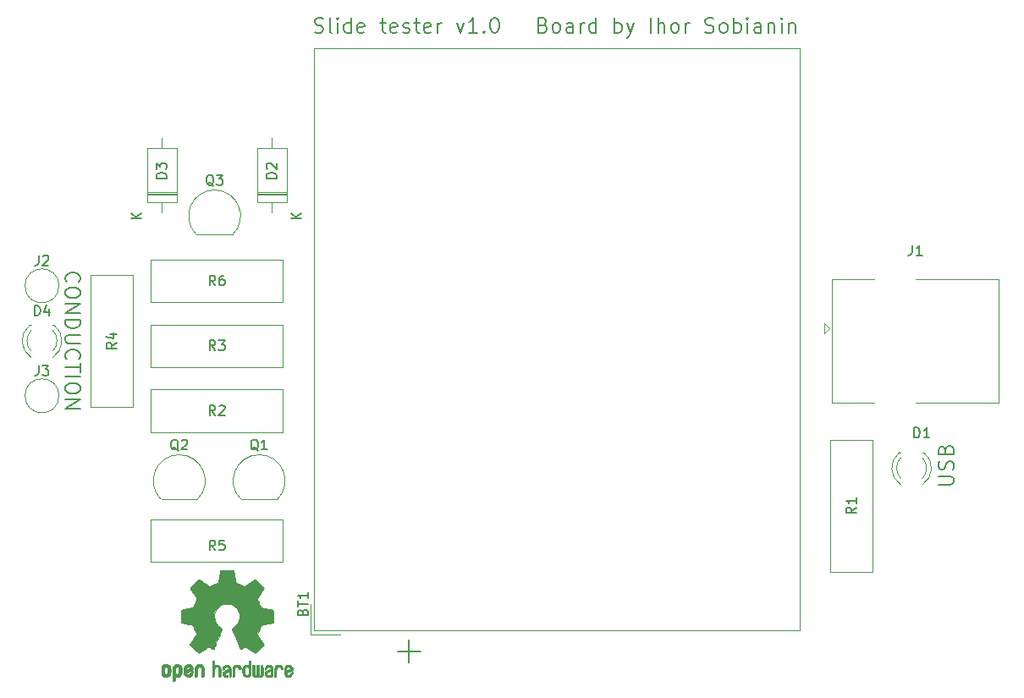
<source format=gbr>
%TF.GenerationSoftware,KiCad,Pcbnew,(6.0.7)*%
%TF.CreationDate,2023-10-27T20:15:12+01:00*%
%TF.ProjectId,slide_tester,736c6964-655f-4746-9573-7465722e6b69,rev?*%
%TF.SameCoordinates,Original*%
%TF.FileFunction,Legend,Top*%
%TF.FilePolarity,Positive*%
%FSLAX46Y46*%
G04 Gerber Fmt 4.6, Leading zero omitted, Abs format (unit mm)*
G04 Created by KiCad (PCBNEW (6.0.7)) date 2023-10-27 20:15:12*
%MOMM*%
%LPD*%
G01*
G04 APERTURE LIST*
%ADD10C,0.200000*%
%ADD11C,0.150000*%
%ADD12C,0.120000*%
%ADD13C,0.010000*%
G04 APERTURE END LIST*
D10*
X130285714Y-54107142D02*
X130500000Y-54178571D01*
X130857142Y-54178571D01*
X131000000Y-54107142D01*
X131071428Y-54035714D01*
X131142857Y-53892857D01*
X131142857Y-53750000D01*
X131071428Y-53607142D01*
X131000000Y-53535714D01*
X130857142Y-53464285D01*
X130571428Y-53392857D01*
X130428571Y-53321428D01*
X130357142Y-53250000D01*
X130285714Y-53107142D01*
X130285714Y-52964285D01*
X130357142Y-52821428D01*
X130428571Y-52750000D01*
X130571428Y-52678571D01*
X130928571Y-52678571D01*
X131142857Y-52750000D01*
X132000000Y-54178571D02*
X131857142Y-54107142D01*
X131785714Y-53964285D01*
X131785714Y-52678571D01*
X132571428Y-54178571D02*
X132571428Y-53178571D01*
X132571428Y-52678571D02*
X132500000Y-52750000D01*
X132571428Y-52821428D01*
X132642857Y-52750000D01*
X132571428Y-52678571D01*
X132571428Y-52821428D01*
X133928571Y-54178571D02*
X133928571Y-52678571D01*
X133928571Y-54107142D02*
X133785714Y-54178571D01*
X133500000Y-54178571D01*
X133357142Y-54107142D01*
X133285714Y-54035714D01*
X133214285Y-53892857D01*
X133214285Y-53464285D01*
X133285714Y-53321428D01*
X133357142Y-53250000D01*
X133500000Y-53178571D01*
X133785714Y-53178571D01*
X133928571Y-53250000D01*
X135214285Y-54107142D02*
X135071428Y-54178571D01*
X134785714Y-54178571D01*
X134642857Y-54107142D01*
X134571428Y-53964285D01*
X134571428Y-53392857D01*
X134642857Y-53250000D01*
X134785714Y-53178571D01*
X135071428Y-53178571D01*
X135214285Y-53250000D01*
X135285714Y-53392857D01*
X135285714Y-53535714D01*
X134571428Y-53678571D01*
X136857142Y-53178571D02*
X137428571Y-53178571D01*
X137071428Y-52678571D02*
X137071428Y-53964285D01*
X137142857Y-54107142D01*
X137285714Y-54178571D01*
X137428571Y-54178571D01*
X138500000Y-54107142D02*
X138357142Y-54178571D01*
X138071428Y-54178571D01*
X137928571Y-54107142D01*
X137857142Y-53964285D01*
X137857142Y-53392857D01*
X137928571Y-53250000D01*
X138071428Y-53178571D01*
X138357142Y-53178571D01*
X138500000Y-53250000D01*
X138571428Y-53392857D01*
X138571428Y-53535714D01*
X137857142Y-53678571D01*
X139142857Y-54107142D02*
X139285714Y-54178571D01*
X139571428Y-54178571D01*
X139714285Y-54107142D01*
X139785714Y-53964285D01*
X139785714Y-53892857D01*
X139714285Y-53750000D01*
X139571428Y-53678571D01*
X139357142Y-53678571D01*
X139214285Y-53607142D01*
X139142857Y-53464285D01*
X139142857Y-53392857D01*
X139214285Y-53250000D01*
X139357142Y-53178571D01*
X139571428Y-53178571D01*
X139714285Y-53250000D01*
X140214285Y-53178571D02*
X140785714Y-53178571D01*
X140428571Y-52678571D02*
X140428571Y-53964285D01*
X140500000Y-54107142D01*
X140642857Y-54178571D01*
X140785714Y-54178571D01*
X141857142Y-54107142D02*
X141714285Y-54178571D01*
X141428571Y-54178571D01*
X141285714Y-54107142D01*
X141214285Y-53964285D01*
X141214285Y-53392857D01*
X141285714Y-53250000D01*
X141428571Y-53178571D01*
X141714285Y-53178571D01*
X141857142Y-53250000D01*
X141928571Y-53392857D01*
X141928571Y-53535714D01*
X141214285Y-53678571D01*
X142571428Y-54178571D02*
X142571428Y-53178571D01*
X142571428Y-53464285D02*
X142642857Y-53321428D01*
X142714285Y-53250000D01*
X142857142Y-53178571D01*
X143000000Y-53178571D01*
X144500000Y-53178571D02*
X144857142Y-54178571D01*
X145214285Y-53178571D01*
X146571428Y-54178571D02*
X145714285Y-54178571D01*
X146142857Y-54178571D02*
X146142857Y-52678571D01*
X146000000Y-52892857D01*
X145857142Y-53035714D01*
X145714285Y-53107142D01*
X147214285Y-54035714D02*
X147285714Y-54107142D01*
X147214285Y-54178571D01*
X147142857Y-54107142D01*
X147214285Y-54035714D01*
X147214285Y-54178571D01*
X148214285Y-52678571D02*
X148357142Y-52678571D01*
X148500000Y-52750000D01*
X148571428Y-52821428D01*
X148642857Y-52964285D01*
X148714285Y-53250000D01*
X148714285Y-53607142D01*
X148642857Y-53892857D01*
X148571428Y-54035714D01*
X148500000Y-54107142D01*
X148357142Y-54178571D01*
X148214285Y-54178571D01*
X148071428Y-54107142D01*
X148000000Y-54035714D01*
X147928571Y-53892857D01*
X147857142Y-53607142D01*
X147857142Y-53250000D01*
X147928571Y-52964285D01*
X148000000Y-52821428D01*
X148071428Y-52750000D01*
X148214285Y-52678571D01*
X192678571Y-99392857D02*
X193892857Y-99392857D01*
X194035714Y-99321428D01*
X194107142Y-99250000D01*
X194178571Y-99107142D01*
X194178571Y-98821428D01*
X194107142Y-98678571D01*
X194035714Y-98607142D01*
X193892857Y-98535714D01*
X192678571Y-98535714D01*
X194107142Y-97892857D02*
X194178571Y-97678571D01*
X194178571Y-97321428D01*
X194107142Y-97178571D01*
X194035714Y-97107142D01*
X193892857Y-97035714D01*
X193750000Y-97035714D01*
X193607142Y-97107142D01*
X193535714Y-97178571D01*
X193464285Y-97321428D01*
X193392857Y-97607142D01*
X193321428Y-97750000D01*
X193250000Y-97821428D01*
X193107142Y-97892857D01*
X192964285Y-97892857D01*
X192821428Y-97821428D01*
X192750000Y-97750000D01*
X192678571Y-97607142D01*
X192678571Y-97250000D01*
X192750000Y-97035714D01*
X193392857Y-95892857D02*
X193464285Y-95678571D01*
X193535714Y-95607142D01*
X193678571Y-95535714D01*
X193892857Y-95535714D01*
X194035714Y-95607142D01*
X194107142Y-95678571D01*
X194178571Y-95821428D01*
X194178571Y-96392857D01*
X192678571Y-96392857D01*
X192678571Y-95892857D01*
X192750000Y-95750000D01*
X192821428Y-95678571D01*
X192964285Y-95607142D01*
X193107142Y-95607142D01*
X193250000Y-95678571D01*
X193321428Y-95750000D01*
X193392857Y-95892857D01*
X193392857Y-96392857D01*
X153142857Y-53392857D02*
X153357142Y-53464285D01*
X153428571Y-53535714D01*
X153500000Y-53678571D01*
X153500000Y-53892857D01*
X153428571Y-54035714D01*
X153357142Y-54107142D01*
X153214285Y-54178571D01*
X152642857Y-54178571D01*
X152642857Y-52678571D01*
X153142857Y-52678571D01*
X153285714Y-52750000D01*
X153357142Y-52821428D01*
X153428571Y-52964285D01*
X153428571Y-53107142D01*
X153357142Y-53250000D01*
X153285714Y-53321428D01*
X153142857Y-53392857D01*
X152642857Y-53392857D01*
X154357142Y-54178571D02*
X154214285Y-54107142D01*
X154142857Y-54035714D01*
X154071428Y-53892857D01*
X154071428Y-53464285D01*
X154142857Y-53321428D01*
X154214285Y-53250000D01*
X154357142Y-53178571D01*
X154571428Y-53178571D01*
X154714285Y-53250000D01*
X154785714Y-53321428D01*
X154857142Y-53464285D01*
X154857142Y-53892857D01*
X154785714Y-54035714D01*
X154714285Y-54107142D01*
X154571428Y-54178571D01*
X154357142Y-54178571D01*
X156142857Y-54178571D02*
X156142857Y-53392857D01*
X156071428Y-53250000D01*
X155928571Y-53178571D01*
X155642857Y-53178571D01*
X155500000Y-53250000D01*
X156142857Y-54107142D02*
X156000000Y-54178571D01*
X155642857Y-54178571D01*
X155500000Y-54107142D01*
X155428571Y-53964285D01*
X155428571Y-53821428D01*
X155500000Y-53678571D01*
X155642857Y-53607142D01*
X156000000Y-53607142D01*
X156142857Y-53535714D01*
X156857142Y-54178571D02*
X156857142Y-53178571D01*
X156857142Y-53464285D02*
X156928571Y-53321428D01*
X157000000Y-53250000D01*
X157142857Y-53178571D01*
X157285714Y-53178571D01*
X158428571Y-54178571D02*
X158428571Y-52678571D01*
X158428571Y-54107142D02*
X158285714Y-54178571D01*
X158000000Y-54178571D01*
X157857142Y-54107142D01*
X157785714Y-54035714D01*
X157714285Y-53892857D01*
X157714285Y-53464285D01*
X157785714Y-53321428D01*
X157857142Y-53250000D01*
X158000000Y-53178571D01*
X158285714Y-53178571D01*
X158428571Y-53250000D01*
X160285714Y-54178571D02*
X160285714Y-52678571D01*
X160285714Y-53250000D02*
X160428571Y-53178571D01*
X160714285Y-53178571D01*
X160857142Y-53250000D01*
X160928571Y-53321428D01*
X161000000Y-53464285D01*
X161000000Y-53892857D01*
X160928571Y-54035714D01*
X160857142Y-54107142D01*
X160714285Y-54178571D01*
X160428571Y-54178571D01*
X160285714Y-54107142D01*
X161500000Y-53178571D02*
X161857142Y-54178571D01*
X162214285Y-53178571D02*
X161857142Y-54178571D01*
X161714285Y-54535714D01*
X161642857Y-54607142D01*
X161500000Y-54678571D01*
X163928571Y-54178571D02*
X163928571Y-52678571D01*
X164642857Y-54178571D02*
X164642857Y-52678571D01*
X165285714Y-54178571D02*
X165285714Y-53392857D01*
X165214285Y-53250000D01*
X165071428Y-53178571D01*
X164857142Y-53178571D01*
X164714285Y-53250000D01*
X164642857Y-53321428D01*
X166214285Y-54178571D02*
X166071428Y-54107142D01*
X166000000Y-54035714D01*
X165928571Y-53892857D01*
X165928571Y-53464285D01*
X166000000Y-53321428D01*
X166071428Y-53250000D01*
X166214285Y-53178571D01*
X166428571Y-53178571D01*
X166571428Y-53250000D01*
X166642857Y-53321428D01*
X166714285Y-53464285D01*
X166714285Y-53892857D01*
X166642857Y-54035714D01*
X166571428Y-54107142D01*
X166428571Y-54178571D01*
X166214285Y-54178571D01*
X167357142Y-54178571D02*
X167357142Y-53178571D01*
X167357142Y-53464285D02*
X167428571Y-53321428D01*
X167500000Y-53250000D01*
X167642857Y-53178571D01*
X167785714Y-53178571D01*
X169357142Y-54107142D02*
X169571428Y-54178571D01*
X169928571Y-54178571D01*
X170071428Y-54107142D01*
X170142857Y-54035714D01*
X170214285Y-53892857D01*
X170214285Y-53750000D01*
X170142857Y-53607142D01*
X170071428Y-53535714D01*
X169928571Y-53464285D01*
X169642857Y-53392857D01*
X169500000Y-53321428D01*
X169428571Y-53250000D01*
X169357142Y-53107142D01*
X169357142Y-52964285D01*
X169428571Y-52821428D01*
X169500000Y-52750000D01*
X169642857Y-52678571D01*
X170000000Y-52678571D01*
X170214285Y-52750000D01*
X171071428Y-54178571D02*
X170928571Y-54107142D01*
X170857142Y-54035714D01*
X170785714Y-53892857D01*
X170785714Y-53464285D01*
X170857142Y-53321428D01*
X170928571Y-53250000D01*
X171071428Y-53178571D01*
X171285714Y-53178571D01*
X171428571Y-53250000D01*
X171500000Y-53321428D01*
X171571428Y-53464285D01*
X171571428Y-53892857D01*
X171500000Y-54035714D01*
X171428571Y-54107142D01*
X171285714Y-54178571D01*
X171071428Y-54178571D01*
X172214285Y-54178571D02*
X172214285Y-52678571D01*
X172214285Y-53250000D02*
X172357142Y-53178571D01*
X172642857Y-53178571D01*
X172785714Y-53250000D01*
X172857142Y-53321428D01*
X172928571Y-53464285D01*
X172928571Y-53892857D01*
X172857142Y-54035714D01*
X172785714Y-54107142D01*
X172642857Y-54178571D01*
X172357142Y-54178571D01*
X172214285Y-54107142D01*
X173571428Y-54178571D02*
X173571428Y-53178571D01*
X173571428Y-52678571D02*
X173500000Y-52750000D01*
X173571428Y-52821428D01*
X173642857Y-52750000D01*
X173571428Y-52678571D01*
X173571428Y-52821428D01*
X174928571Y-54178571D02*
X174928571Y-53392857D01*
X174857142Y-53250000D01*
X174714285Y-53178571D01*
X174428571Y-53178571D01*
X174285714Y-53250000D01*
X174928571Y-54107142D02*
X174785714Y-54178571D01*
X174428571Y-54178571D01*
X174285714Y-54107142D01*
X174214285Y-53964285D01*
X174214285Y-53821428D01*
X174285714Y-53678571D01*
X174428571Y-53607142D01*
X174785714Y-53607142D01*
X174928571Y-53535714D01*
X175642857Y-53178571D02*
X175642857Y-54178571D01*
X175642857Y-53321428D02*
X175714285Y-53250000D01*
X175857142Y-53178571D01*
X176071428Y-53178571D01*
X176214285Y-53250000D01*
X176285714Y-53392857D01*
X176285714Y-54178571D01*
X177000000Y-54178571D02*
X177000000Y-53178571D01*
X177000000Y-52678571D02*
X176928571Y-52750000D01*
X177000000Y-52821428D01*
X177071428Y-52750000D01*
X177000000Y-52678571D01*
X177000000Y-52821428D01*
X177714285Y-53178571D02*
X177714285Y-54178571D01*
X177714285Y-53321428D02*
X177785714Y-53250000D01*
X177928571Y-53178571D01*
X178142857Y-53178571D01*
X178285714Y-53250000D01*
X178357142Y-53392857D01*
X178357142Y-54178571D01*
X105464285Y-79107142D02*
X105392857Y-79035714D01*
X105321428Y-78821428D01*
X105321428Y-78678571D01*
X105392857Y-78464285D01*
X105535714Y-78321428D01*
X105678571Y-78250000D01*
X105964285Y-78178571D01*
X106178571Y-78178571D01*
X106464285Y-78250000D01*
X106607142Y-78321428D01*
X106750000Y-78464285D01*
X106821428Y-78678571D01*
X106821428Y-78821428D01*
X106750000Y-79035714D01*
X106678571Y-79107142D01*
X106821428Y-80035714D02*
X106821428Y-80321428D01*
X106750000Y-80464285D01*
X106607142Y-80607142D01*
X106321428Y-80678571D01*
X105821428Y-80678571D01*
X105535714Y-80607142D01*
X105392857Y-80464285D01*
X105321428Y-80321428D01*
X105321428Y-80035714D01*
X105392857Y-79892857D01*
X105535714Y-79750000D01*
X105821428Y-79678571D01*
X106321428Y-79678571D01*
X106607142Y-79750000D01*
X106750000Y-79892857D01*
X106821428Y-80035714D01*
X105321428Y-81321428D02*
X106821428Y-81321428D01*
X105321428Y-82178571D01*
X106821428Y-82178571D01*
X105321428Y-82892857D02*
X106821428Y-82892857D01*
X106821428Y-83250000D01*
X106750000Y-83464285D01*
X106607142Y-83607142D01*
X106464285Y-83678571D01*
X106178571Y-83750000D01*
X105964285Y-83750000D01*
X105678571Y-83678571D01*
X105535714Y-83607142D01*
X105392857Y-83464285D01*
X105321428Y-83250000D01*
X105321428Y-82892857D01*
X106821428Y-84392857D02*
X105607142Y-84392857D01*
X105464285Y-84464285D01*
X105392857Y-84535714D01*
X105321428Y-84678571D01*
X105321428Y-84964285D01*
X105392857Y-85107142D01*
X105464285Y-85178571D01*
X105607142Y-85250000D01*
X106821428Y-85250000D01*
X105464285Y-86821428D02*
X105392857Y-86750000D01*
X105321428Y-86535714D01*
X105321428Y-86392857D01*
X105392857Y-86178571D01*
X105535714Y-86035714D01*
X105678571Y-85964285D01*
X105964285Y-85892857D01*
X106178571Y-85892857D01*
X106464285Y-85964285D01*
X106607142Y-86035714D01*
X106750000Y-86178571D01*
X106821428Y-86392857D01*
X106821428Y-86535714D01*
X106750000Y-86750000D01*
X106678571Y-86821428D01*
X106821428Y-87250000D02*
X106821428Y-88107142D01*
X105321428Y-87678571D02*
X106821428Y-87678571D01*
X105321428Y-88607142D02*
X106821428Y-88607142D01*
X106821428Y-89607142D02*
X106821428Y-89892857D01*
X106750000Y-90035714D01*
X106607142Y-90178571D01*
X106321428Y-90250000D01*
X105821428Y-90250000D01*
X105535714Y-90178571D01*
X105392857Y-90035714D01*
X105321428Y-89892857D01*
X105321428Y-89607142D01*
X105392857Y-89464285D01*
X105535714Y-89321428D01*
X105821428Y-89250000D01*
X106321428Y-89250000D01*
X106607142Y-89321428D01*
X106750000Y-89464285D01*
X106821428Y-89607142D01*
X105321428Y-90892857D02*
X106821428Y-90892857D01*
X105321428Y-91750000D01*
X106821428Y-91750000D01*
D11*
%TO.C,R6*%
X120333333Y-79452380D02*
X120000000Y-78976190D01*
X119761904Y-79452380D02*
X119761904Y-78452380D01*
X120142857Y-78452380D01*
X120238095Y-78500000D01*
X120285714Y-78547619D01*
X120333333Y-78642857D01*
X120333333Y-78785714D01*
X120285714Y-78880952D01*
X120238095Y-78928571D01*
X120142857Y-78976190D01*
X119761904Y-78976190D01*
X121190476Y-78452380D02*
X121000000Y-78452380D01*
X120904761Y-78500000D01*
X120857142Y-78547619D01*
X120761904Y-78690476D01*
X120714285Y-78880952D01*
X120714285Y-79261904D01*
X120761904Y-79357142D01*
X120809523Y-79404761D01*
X120904761Y-79452380D01*
X121095238Y-79452380D01*
X121190476Y-79404761D01*
X121238095Y-79357142D01*
X121285714Y-79261904D01*
X121285714Y-79023809D01*
X121238095Y-78928571D01*
X121190476Y-78880952D01*
X121095238Y-78833333D01*
X120904761Y-78833333D01*
X120809523Y-78880952D01*
X120761904Y-78928571D01*
X120714285Y-79023809D01*
%TO.C,R3*%
X120333333Y-85952380D02*
X120000000Y-85476190D01*
X119761904Y-85952380D02*
X119761904Y-84952380D01*
X120142857Y-84952380D01*
X120238095Y-85000000D01*
X120285714Y-85047619D01*
X120333333Y-85142857D01*
X120333333Y-85285714D01*
X120285714Y-85380952D01*
X120238095Y-85428571D01*
X120142857Y-85476190D01*
X119761904Y-85476190D01*
X120666666Y-84952380D02*
X121285714Y-84952380D01*
X120952380Y-85333333D01*
X121095238Y-85333333D01*
X121190476Y-85380952D01*
X121238095Y-85428571D01*
X121285714Y-85523809D01*
X121285714Y-85761904D01*
X121238095Y-85857142D01*
X121190476Y-85904761D01*
X121095238Y-85952380D01*
X120809523Y-85952380D01*
X120714285Y-85904761D01*
X120666666Y-85857142D01*
%TO.C,Q2*%
X116634761Y-95987619D02*
X116539523Y-95940000D01*
X116444285Y-95844761D01*
X116301428Y-95701904D01*
X116206190Y-95654285D01*
X116110952Y-95654285D01*
X116158571Y-95892380D02*
X116063333Y-95844761D01*
X115968095Y-95749523D01*
X115920476Y-95559047D01*
X115920476Y-95225714D01*
X115968095Y-95035238D01*
X116063333Y-94940000D01*
X116158571Y-94892380D01*
X116349047Y-94892380D01*
X116444285Y-94940000D01*
X116539523Y-95035238D01*
X116587142Y-95225714D01*
X116587142Y-95559047D01*
X116539523Y-95749523D01*
X116444285Y-95844761D01*
X116349047Y-95892380D01*
X116158571Y-95892380D01*
X116968095Y-94987619D02*
X117015714Y-94940000D01*
X117110952Y-94892380D01*
X117349047Y-94892380D01*
X117444285Y-94940000D01*
X117491904Y-94987619D01*
X117539523Y-95082857D01*
X117539523Y-95178095D01*
X117491904Y-95320952D01*
X116920476Y-95892380D01*
X117539523Y-95892380D01*
%TO.C,Q3*%
X120174761Y-69487619D02*
X120079523Y-69440000D01*
X119984285Y-69344761D01*
X119841428Y-69201904D01*
X119746190Y-69154285D01*
X119650952Y-69154285D01*
X119698571Y-69392380D02*
X119603333Y-69344761D01*
X119508095Y-69249523D01*
X119460476Y-69059047D01*
X119460476Y-68725714D01*
X119508095Y-68535238D01*
X119603333Y-68440000D01*
X119698571Y-68392380D01*
X119889047Y-68392380D01*
X119984285Y-68440000D01*
X120079523Y-68535238D01*
X120127142Y-68725714D01*
X120127142Y-69059047D01*
X120079523Y-69249523D01*
X119984285Y-69344761D01*
X119889047Y-69392380D01*
X119698571Y-69392380D01*
X120460476Y-68392380D02*
X121079523Y-68392380D01*
X120746190Y-68773333D01*
X120889047Y-68773333D01*
X120984285Y-68820952D01*
X121031904Y-68868571D01*
X121079523Y-68963809D01*
X121079523Y-69201904D01*
X121031904Y-69297142D01*
X120984285Y-69344761D01*
X120889047Y-69392380D01*
X120603333Y-69392380D01*
X120508095Y-69344761D01*
X120460476Y-69297142D01*
%TO.C,J2*%
X102666666Y-76454380D02*
X102666666Y-77168666D01*
X102619047Y-77311523D01*
X102523809Y-77406761D01*
X102380952Y-77454380D01*
X102285714Y-77454380D01*
X103095238Y-76549619D02*
X103142857Y-76502000D01*
X103238095Y-76454380D01*
X103476190Y-76454380D01*
X103571428Y-76502000D01*
X103619047Y-76549619D01*
X103666666Y-76644857D01*
X103666666Y-76740095D01*
X103619047Y-76882952D01*
X103047619Y-77454380D01*
X103666666Y-77454380D01*
%TO.C,J3*%
X102666666Y-87454380D02*
X102666666Y-88168666D01*
X102619047Y-88311523D01*
X102523809Y-88406761D01*
X102380952Y-88454380D01*
X102285714Y-88454380D01*
X103047619Y-87454380D02*
X103666666Y-87454380D01*
X103333333Y-87835333D01*
X103476190Y-87835333D01*
X103571428Y-87882952D01*
X103619047Y-87930571D01*
X103666666Y-88025809D01*
X103666666Y-88263904D01*
X103619047Y-88359142D01*
X103571428Y-88406761D01*
X103476190Y-88454380D01*
X103190476Y-88454380D01*
X103095238Y-88406761D01*
X103047619Y-88359142D01*
%TO.C,R2*%
X120333333Y-92452380D02*
X120000000Y-91976190D01*
X119761904Y-92452380D02*
X119761904Y-91452380D01*
X120142857Y-91452380D01*
X120238095Y-91500000D01*
X120285714Y-91547619D01*
X120333333Y-91642857D01*
X120333333Y-91785714D01*
X120285714Y-91880952D01*
X120238095Y-91928571D01*
X120142857Y-91976190D01*
X119761904Y-91976190D01*
X120714285Y-91547619D02*
X120761904Y-91500000D01*
X120857142Y-91452380D01*
X121095238Y-91452380D01*
X121190476Y-91500000D01*
X121238095Y-91547619D01*
X121285714Y-91642857D01*
X121285714Y-91738095D01*
X121238095Y-91880952D01*
X120666666Y-92452380D01*
X121285714Y-92452380D01*
%TO.C,R4*%
X110452380Y-85166666D02*
X109976190Y-85500000D01*
X110452380Y-85738095D02*
X109452380Y-85738095D01*
X109452380Y-85357142D01*
X109500000Y-85261904D01*
X109547619Y-85214285D01*
X109642857Y-85166666D01*
X109785714Y-85166666D01*
X109880952Y-85214285D01*
X109928571Y-85261904D01*
X109976190Y-85357142D01*
X109976190Y-85738095D01*
X109785714Y-84309523D02*
X110452380Y-84309523D01*
X109404761Y-84547619D02*
X110119047Y-84785714D01*
X110119047Y-84166666D01*
%TO.C,R1*%
X184452380Y-101666666D02*
X183976190Y-102000000D01*
X184452380Y-102238095D02*
X183452380Y-102238095D01*
X183452380Y-101857142D01*
X183500000Y-101761904D01*
X183547619Y-101714285D01*
X183642857Y-101666666D01*
X183785714Y-101666666D01*
X183880952Y-101714285D01*
X183928571Y-101761904D01*
X183976190Y-101857142D01*
X183976190Y-102238095D01*
X184452380Y-100714285D02*
X184452380Y-101285714D01*
X184452380Y-101000000D02*
X183452380Y-101000000D01*
X183595238Y-101095238D01*
X183690476Y-101190476D01*
X183738095Y-101285714D01*
%TO.C,D1*%
X190261904Y-94687380D02*
X190261904Y-93687380D01*
X190500000Y-93687380D01*
X190642857Y-93735000D01*
X190738095Y-93830238D01*
X190785714Y-93925476D01*
X190833333Y-94115952D01*
X190833333Y-94258809D01*
X190785714Y-94449285D01*
X190738095Y-94544523D01*
X190642857Y-94639761D01*
X190500000Y-94687380D01*
X190261904Y-94687380D01*
X191785714Y-94687380D02*
X191214285Y-94687380D01*
X191500000Y-94687380D02*
X191500000Y-93687380D01*
X191404761Y-93830238D01*
X191309523Y-93925476D01*
X191214285Y-93973095D01*
%TO.C,BT1*%
X129078571Y-112143214D02*
X129126190Y-112000357D01*
X129173809Y-111952738D01*
X129269047Y-111905119D01*
X129411904Y-111905119D01*
X129507142Y-111952738D01*
X129554761Y-112000357D01*
X129602380Y-112095595D01*
X129602380Y-112476547D01*
X128602380Y-112476547D01*
X128602380Y-112143214D01*
X128650000Y-112047976D01*
X128697619Y-112000357D01*
X128792857Y-111952738D01*
X128888095Y-111952738D01*
X128983333Y-112000357D01*
X129030952Y-112047976D01*
X129078571Y-112143214D01*
X129078571Y-112476547D01*
X128602380Y-111619404D02*
X128602380Y-111047976D01*
X129602380Y-111333690D02*
X128602380Y-111333690D01*
X129602380Y-110190833D02*
X129602380Y-110762261D01*
X129602380Y-110476547D02*
X128602380Y-110476547D01*
X128745238Y-110571785D01*
X128840476Y-110667023D01*
X128888095Y-110762261D01*
X139714285Y-117200357D02*
X139714285Y-114914642D01*
X140857142Y-116057500D02*
X138571428Y-116057500D01*
%TO.C,R5*%
X120333333Y-105952380D02*
X120000000Y-105476190D01*
X119761904Y-105952380D02*
X119761904Y-104952380D01*
X120142857Y-104952380D01*
X120238095Y-105000000D01*
X120285714Y-105047619D01*
X120333333Y-105142857D01*
X120333333Y-105285714D01*
X120285714Y-105380952D01*
X120238095Y-105428571D01*
X120142857Y-105476190D01*
X119761904Y-105476190D01*
X121238095Y-104952380D02*
X120761904Y-104952380D01*
X120714285Y-105428571D01*
X120761904Y-105380952D01*
X120857142Y-105333333D01*
X121095238Y-105333333D01*
X121190476Y-105380952D01*
X121238095Y-105428571D01*
X121285714Y-105523809D01*
X121285714Y-105761904D01*
X121238095Y-105857142D01*
X121190476Y-105904761D01*
X121095238Y-105952380D01*
X120857142Y-105952380D01*
X120761904Y-105904761D01*
X120714285Y-105857142D01*
%TO.C,J1*%
X190046666Y-75432380D02*
X190046666Y-76146666D01*
X189999047Y-76289523D01*
X189903809Y-76384761D01*
X189760952Y-76432380D01*
X189665714Y-76432380D01*
X191046666Y-76432380D02*
X190475238Y-76432380D01*
X190760952Y-76432380D02*
X190760952Y-75432380D01*
X190665714Y-75575238D01*
X190570476Y-75670476D01*
X190475238Y-75718095D01*
%TO.C,D3*%
X115452380Y-68738095D02*
X114452380Y-68738095D01*
X114452380Y-68500000D01*
X114500000Y-68357142D01*
X114595238Y-68261904D01*
X114690476Y-68214285D01*
X114880952Y-68166666D01*
X115023809Y-68166666D01*
X115214285Y-68214285D01*
X115309523Y-68261904D01*
X115404761Y-68357142D01*
X115452380Y-68500000D01*
X115452380Y-68738095D01*
X114452380Y-67833333D02*
X114452380Y-67214285D01*
X114833333Y-67547619D01*
X114833333Y-67404761D01*
X114880952Y-67309523D01*
X114928571Y-67261904D01*
X115023809Y-67214285D01*
X115261904Y-67214285D01*
X115357142Y-67261904D01*
X115404761Y-67309523D01*
X115452380Y-67404761D01*
X115452380Y-67690476D01*
X115404761Y-67785714D01*
X115357142Y-67833333D01*
X112952380Y-72761904D02*
X111952380Y-72761904D01*
X112952380Y-72190476D02*
X112380952Y-72619047D01*
X111952380Y-72190476D02*
X112523809Y-72761904D01*
%TO.C,D2*%
X126452380Y-68738095D02*
X125452380Y-68738095D01*
X125452380Y-68500000D01*
X125500000Y-68357142D01*
X125595238Y-68261904D01*
X125690476Y-68214285D01*
X125880952Y-68166666D01*
X126023809Y-68166666D01*
X126214285Y-68214285D01*
X126309523Y-68261904D01*
X126404761Y-68357142D01*
X126452380Y-68500000D01*
X126452380Y-68738095D01*
X125547619Y-67785714D02*
X125500000Y-67738095D01*
X125452380Y-67642857D01*
X125452380Y-67404761D01*
X125500000Y-67309523D01*
X125547619Y-67261904D01*
X125642857Y-67214285D01*
X125738095Y-67214285D01*
X125880952Y-67261904D01*
X126452380Y-67833333D01*
X126452380Y-67214285D01*
X128952380Y-72761904D02*
X127952380Y-72761904D01*
X128952380Y-72190476D02*
X128380952Y-72619047D01*
X127952380Y-72190476D02*
X128523809Y-72761904D01*
%TO.C,D4*%
X102261904Y-82452380D02*
X102261904Y-81452380D01*
X102500000Y-81452380D01*
X102642857Y-81500000D01*
X102738095Y-81595238D01*
X102785714Y-81690476D01*
X102833333Y-81880952D01*
X102833333Y-82023809D01*
X102785714Y-82214285D01*
X102738095Y-82309523D01*
X102642857Y-82404761D01*
X102500000Y-82452380D01*
X102261904Y-82452380D01*
X103690476Y-81785714D02*
X103690476Y-82452380D01*
X103452380Y-81404761D02*
X103214285Y-82119047D01*
X103833333Y-82119047D01*
%TO.C,Q1*%
X124634761Y-95987619D02*
X124539523Y-95940000D01*
X124444285Y-95844761D01*
X124301428Y-95701904D01*
X124206190Y-95654285D01*
X124110952Y-95654285D01*
X124158571Y-95892380D02*
X124063333Y-95844761D01*
X123968095Y-95749523D01*
X123920476Y-95559047D01*
X123920476Y-95225714D01*
X123968095Y-95035238D01*
X124063333Y-94940000D01*
X124158571Y-94892380D01*
X124349047Y-94892380D01*
X124444285Y-94940000D01*
X124539523Y-95035238D01*
X124587142Y-95225714D01*
X124587142Y-95559047D01*
X124539523Y-95749523D01*
X124444285Y-95844761D01*
X124349047Y-95892380D01*
X124158571Y-95892380D01*
X125539523Y-95892380D02*
X124968095Y-95892380D01*
X125253809Y-95892380D02*
X125253809Y-94892380D01*
X125158571Y-95035238D01*
X125063333Y-95130476D01*
X124968095Y-95178095D01*
D12*
%TO.C,R6*%
X113880000Y-76880000D02*
X113880000Y-81120000D01*
X113880000Y-81120000D02*
X127120000Y-81120000D01*
X113880000Y-76880000D02*
X127120000Y-76880000D01*
X127120000Y-76880000D02*
X127120000Y-81120000D01*
%TO.C,R3*%
X127120000Y-87620000D02*
X113880000Y-87620000D01*
X113880000Y-87620000D02*
X113880000Y-83380000D01*
X127120000Y-83380000D02*
X113880000Y-83380000D01*
X127120000Y-87620000D02*
X127120000Y-83380000D01*
%TO.C,Q2*%
X114930000Y-100850000D02*
X118530000Y-100850000D01*
X118568478Y-100838478D02*
G75*
G03*
X116730000Y-96400000I-1838478J1838478D01*
G01*
X116730000Y-96399999D02*
G75*
G03*
X114891522Y-100838478I0J-2600001D01*
G01*
%TO.C,Q3*%
X118470000Y-74350000D02*
X122070000Y-74350000D01*
X122108478Y-74338478D02*
G75*
G03*
X120270000Y-69900000I-1838478J1838478D01*
G01*
X120270000Y-69899999D02*
G75*
G03*
X118431522Y-74338478I0J-2600001D01*
G01*
%TO.C,J2*%
X104700000Y-79500000D02*
G75*
G03*
X104700000Y-79500000I-1700000J0D01*
G01*
%TO.C,REF\u002A\u002A*%
G36*
X127269359Y-117714853D02*
G01*
X127296894Y-117616916D01*
X127341572Y-117544811D01*
X127406901Y-117487813D01*
X127435383Y-117469393D01*
X127564763Y-117421422D01*
X127706412Y-117418403D01*
X127843439Y-117456540D01*
X127958950Y-117532034D01*
X128014664Y-117599617D01*
X128058804Y-117722255D01*
X128062309Y-117819298D01*
X128054368Y-117949056D01*
X127755115Y-118080039D01*
X127609611Y-118146958D01*
X127514537Y-118200790D01*
X127465101Y-118247416D01*
X127456511Y-118292720D01*
X127483972Y-118342582D01*
X127514253Y-118375632D01*
X127602363Y-118428633D01*
X127698196Y-118432347D01*
X127786212Y-118391041D01*
X127850869Y-118308983D01*
X127862433Y-118280008D01*
X127917825Y-118189509D01*
X127981553Y-118150940D01*
X128068966Y-118117946D01*
X128068966Y-118243034D01*
X128061238Y-118328156D01*
X128030966Y-118399938D01*
X127967518Y-118482356D01*
X127958088Y-118493066D01*
X127887513Y-118566391D01*
X127826847Y-118605742D01*
X127750950Y-118623845D01*
X127688030Y-118629774D01*
X127575487Y-118631251D01*
X127495370Y-118612535D01*
X127445390Y-118584747D01*
X127366838Y-118523641D01*
X127312463Y-118457554D01*
X127278052Y-118374441D01*
X127259388Y-118262254D01*
X127252256Y-118108946D01*
X127251687Y-118031136D01*
X127253622Y-117937853D01*
X127429899Y-117937853D01*
X127431944Y-117987896D01*
X127437039Y-117996092D01*
X127470666Y-117984958D01*
X127543030Y-117955493D01*
X127639747Y-117913601D01*
X127659973Y-117904597D01*
X127782203Y-117842442D01*
X127849547Y-117787815D01*
X127864348Y-117736649D01*
X127828947Y-117684876D01*
X127799711Y-117662000D01*
X127694216Y-117616250D01*
X127595476Y-117623808D01*
X127512812Y-117679651D01*
X127455548Y-117778753D01*
X127437188Y-117857414D01*
X127429899Y-117937853D01*
X127253622Y-117937853D01*
X127255459Y-117849351D01*
X127269359Y-117714853D01*
G37*
D13*
X127269359Y-117714853D02*
X127296894Y-117616916D01*
X127341572Y-117544811D01*
X127406901Y-117487813D01*
X127435383Y-117469393D01*
X127564763Y-117421422D01*
X127706412Y-117418403D01*
X127843439Y-117456540D01*
X127958950Y-117532034D01*
X128014664Y-117599617D01*
X128058804Y-117722255D01*
X128062309Y-117819298D01*
X128054368Y-117949056D01*
X127755115Y-118080039D01*
X127609611Y-118146958D01*
X127514537Y-118200790D01*
X127465101Y-118247416D01*
X127456511Y-118292720D01*
X127483972Y-118342582D01*
X127514253Y-118375632D01*
X127602363Y-118428633D01*
X127698196Y-118432347D01*
X127786212Y-118391041D01*
X127850869Y-118308983D01*
X127862433Y-118280008D01*
X127917825Y-118189509D01*
X127981553Y-118150940D01*
X128068966Y-118117946D01*
X128068966Y-118243034D01*
X128061238Y-118328156D01*
X128030966Y-118399938D01*
X127967518Y-118482356D01*
X127958088Y-118493066D01*
X127887513Y-118566391D01*
X127826847Y-118605742D01*
X127750950Y-118623845D01*
X127688030Y-118629774D01*
X127575487Y-118631251D01*
X127495370Y-118612535D01*
X127445390Y-118584747D01*
X127366838Y-118523641D01*
X127312463Y-118457554D01*
X127278052Y-118374441D01*
X127259388Y-118262254D01*
X127252256Y-118108946D01*
X127251687Y-118031136D01*
X127253622Y-117937853D01*
X127429899Y-117937853D01*
X127431944Y-117987896D01*
X127437039Y-117996092D01*
X127470666Y-117984958D01*
X127543030Y-117955493D01*
X127639747Y-117913601D01*
X127659973Y-117904597D01*
X127782203Y-117842442D01*
X127849547Y-117787815D01*
X127864348Y-117736649D01*
X127828947Y-117684876D01*
X127799711Y-117662000D01*
X127694216Y-117616250D01*
X127595476Y-117623808D01*
X127512812Y-117679651D01*
X127455548Y-117778753D01*
X127437188Y-117857414D01*
X127429899Y-117937853D01*
X127253622Y-117937853D01*
X127255459Y-117849351D01*
X127269359Y-117714853D01*
G36*
X114936688Y-117740549D02*
G01*
X114946688Y-117667714D01*
X114964079Y-117614108D01*
X114990816Y-117566681D01*
X114996724Y-117557864D01*
X115096032Y-117439007D01*
X115204242Y-117370008D01*
X115335981Y-117342619D01*
X115380717Y-117341281D01*
X115548221Y-117366015D01*
X115685061Y-117437968D01*
X115786051Y-117553766D01*
X115821925Y-117628213D01*
X115849839Y-117739992D01*
X115864129Y-117881227D01*
X115865484Y-118035371D01*
X115854595Y-118185879D01*
X115832153Y-118316205D01*
X115798850Y-118409803D01*
X115788615Y-118425922D01*
X115667382Y-118546249D01*
X115523387Y-118618317D01*
X115367139Y-118639408D01*
X115209148Y-118606802D01*
X115165180Y-118587253D01*
X115079556Y-118527012D01*
X115004408Y-118447135D01*
X114997306Y-118437004D01*
X114968439Y-118388181D01*
X114949357Y-118335990D01*
X114938084Y-118267285D01*
X114932645Y-118168918D01*
X114931062Y-118027744D01*
X114931035Y-117996092D01*
X114931107Y-117986019D01*
X115222989Y-117986019D01*
X115224687Y-118119256D01*
X115231372Y-118207674D01*
X115245425Y-118264785D01*
X115269229Y-118304102D01*
X115281379Y-118317241D01*
X115351236Y-118367172D01*
X115419059Y-118364895D01*
X115487635Y-118321584D01*
X115528535Y-118275346D01*
X115552758Y-118207857D01*
X115566361Y-118101433D01*
X115567294Y-118089020D01*
X115569616Y-117896147D01*
X115545350Y-117752900D01*
X115494824Y-117660160D01*
X115418368Y-117618807D01*
X115391076Y-117616552D01*
X115319411Y-117627893D01*
X115270390Y-117667184D01*
X115240418Y-117742326D01*
X115225899Y-117861222D01*
X115222989Y-117986019D01*
X114931107Y-117986019D01*
X114932122Y-117845659D01*
X114936688Y-117740549D01*
G37*
X114936688Y-117740549D02*
X114946688Y-117667714D01*
X114964079Y-117614108D01*
X114990816Y-117566681D01*
X114996724Y-117557864D01*
X115096032Y-117439007D01*
X115204242Y-117370008D01*
X115335981Y-117342619D01*
X115380717Y-117341281D01*
X115548221Y-117366015D01*
X115685061Y-117437968D01*
X115786051Y-117553766D01*
X115821925Y-117628213D01*
X115849839Y-117739992D01*
X115864129Y-117881227D01*
X115865484Y-118035371D01*
X115854595Y-118185879D01*
X115832153Y-118316205D01*
X115798850Y-118409803D01*
X115788615Y-118425922D01*
X115667382Y-118546249D01*
X115523387Y-118618317D01*
X115367139Y-118639408D01*
X115209148Y-118606802D01*
X115165180Y-118587253D01*
X115079556Y-118527012D01*
X115004408Y-118447135D01*
X114997306Y-118437004D01*
X114968439Y-118388181D01*
X114949357Y-118335990D01*
X114938084Y-118267285D01*
X114932645Y-118168918D01*
X114931062Y-118027744D01*
X114931035Y-117996092D01*
X114931107Y-117986019D01*
X115222989Y-117986019D01*
X115224687Y-118119256D01*
X115231372Y-118207674D01*
X115245425Y-118264785D01*
X115269229Y-118304102D01*
X115281379Y-118317241D01*
X115351236Y-118367172D01*
X115419059Y-118364895D01*
X115487635Y-118321584D01*
X115528535Y-118275346D01*
X115552758Y-118207857D01*
X115566361Y-118101433D01*
X115567294Y-118089020D01*
X115569616Y-117896147D01*
X115545350Y-117752900D01*
X115494824Y-117660160D01*
X115418368Y-117618807D01*
X115391076Y-117616552D01*
X115319411Y-117627893D01*
X115270390Y-117667184D01*
X115240418Y-117742326D01*
X115225899Y-117861222D01*
X115222989Y-117986019D01*
X114931107Y-117986019D01*
X114932122Y-117845659D01*
X114936688Y-117740549D01*
G36*
X126835690Y-117440018D02*
G01*
X126870585Y-117455269D01*
X126953877Y-117521235D01*
X127025103Y-117616618D01*
X127069153Y-117718406D01*
X127076322Y-117768587D01*
X127052285Y-117838647D01*
X126999561Y-117875717D01*
X126943031Y-117898164D01*
X126917146Y-117902300D01*
X126904542Y-117872283D01*
X126879654Y-117806961D01*
X126868735Y-117777445D01*
X126807508Y-117675348D01*
X126718861Y-117624423D01*
X126605193Y-117625989D01*
X126596774Y-117627994D01*
X126536088Y-117656767D01*
X126491474Y-117712859D01*
X126461002Y-117803163D01*
X126442744Y-117934571D01*
X126434771Y-118113974D01*
X126434023Y-118209433D01*
X126433652Y-118359913D01*
X126431223Y-118462495D01*
X126424760Y-118527672D01*
X126412288Y-118565938D01*
X126391833Y-118587785D01*
X126361419Y-118603707D01*
X126359661Y-118604509D01*
X126301091Y-118629272D01*
X126272075Y-118638391D01*
X126267616Y-118610822D01*
X126263799Y-118534620D01*
X126260899Y-118419541D01*
X126259191Y-118275341D01*
X126258851Y-118169814D01*
X126260588Y-117965613D01*
X126267382Y-117810697D01*
X126281607Y-117696024D01*
X126305638Y-117612551D01*
X126341848Y-117551236D01*
X126392612Y-117503034D01*
X126442739Y-117469393D01*
X126563275Y-117424619D01*
X126703557Y-117414521D01*
X126835690Y-117440018D01*
G37*
X126835690Y-117440018D02*
X126870585Y-117455269D01*
X126953877Y-117521235D01*
X127025103Y-117616618D01*
X127069153Y-117718406D01*
X127076322Y-117768587D01*
X127052285Y-117838647D01*
X126999561Y-117875717D01*
X126943031Y-117898164D01*
X126917146Y-117902300D01*
X126904542Y-117872283D01*
X126879654Y-117806961D01*
X126868735Y-117777445D01*
X126807508Y-117675348D01*
X126718861Y-117624423D01*
X126605193Y-117625989D01*
X126596774Y-117627994D01*
X126536088Y-117656767D01*
X126491474Y-117712859D01*
X126461002Y-117803163D01*
X126442744Y-117934571D01*
X126434771Y-118113974D01*
X126434023Y-118209433D01*
X126433652Y-118359913D01*
X126431223Y-118462495D01*
X126424760Y-118527672D01*
X126412288Y-118565938D01*
X126391833Y-118587785D01*
X126361419Y-118603707D01*
X126359661Y-118604509D01*
X126301091Y-118629272D01*
X126272075Y-118638391D01*
X126267616Y-118610822D01*
X126263799Y-118534620D01*
X126260899Y-118419541D01*
X126259191Y-118275341D01*
X126258851Y-118169814D01*
X126260588Y-117965613D01*
X126267382Y-117810697D01*
X126281607Y-117696024D01*
X126305638Y-117612551D01*
X126341848Y-117551236D01*
X126392612Y-117503034D01*
X126442739Y-117469393D01*
X126563275Y-117424619D01*
X126703557Y-117414521D01*
X126835690Y-117440018D01*
G36*
X116056247Y-117825382D02*
G01*
X116061826Y-117730087D01*
X116069746Y-117662364D01*
X116080731Y-117614507D01*
X116095501Y-117578813D01*
X116114782Y-117547578D01*
X116123049Y-117535824D01*
X116232712Y-117424797D01*
X116371365Y-117361847D01*
X116531754Y-117344297D01*
X116671900Y-117361903D01*
X116783450Y-117417522D01*
X116881908Y-117519931D01*
X116909023Y-117557864D01*
X116938562Y-117607500D01*
X116957728Y-117661412D01*
X116968693Y-117733364D01*
X116973629Y-117837122D01*
X116974713Y-117974101D01*
X116969818Y-118161815D01*
X116952804Y-118302758D01*
X116920177Y-118407908D01*
X116868442Y-118488243D01*
X116794104Y-118554741D01*
X116788642Y-118558678D01*
X116715380Y-118598953D01*
X116627160Y-118618880D01*
X116514962Y-118623793D01*
X116332567Y-118623793D01*
X116332491Y-118800857D01*
X116330793Y-118899470D01*
X116320450Y-118957314D01*
X116293422Y-118992006D01*
X116241668Y-119021164D01*
X116229239Y-119027121D01*
X116171077Y-119055039D01*
X116126044Y-119072672D01*
X116092559Y-119074194D01*
X116069038Y-119053781D01*
X116053900Y-119005607D01*
X116045563Y-118923846D01*
X116042444Y-118802672D01*
X116042960Y-118636260D01*
X116045529Y-118418785D01*
X116046332Y-118353736D01*
X116049222Y-118129502D01*
X116051812Y-117982821D01*
X116332414Y-117982821D01*
X116333991Y-118107326D01*
X116341000Y-118188787D01*
X116356858Y-118242515D01*
X116384981Y-118283823D01*
X116404075Y-118303971D01*
X116482135Y-118362921D01*
X116551247Y-118367720D01*
X116622560Y-118319038D01*
X116624368Y-118317241D01*
X116653383Y-118279618D01*
X116671033Y-118228484D01*
X116679936Y-118149738D01*
X116682709Y-118029276D01*
X116682759Y-118002588D01*
X116676058Y-117836583D01*
X116654248Y-117721505D01*
X116614765Y-117651254D01*
X116555044Y-117619729D01*
X116520528Y-117616552D01*
X116438611Y-117631460D01*
X116382421Y-117680548D01*
X116348598Y-117770362D01*
X116333780Y-117907445D01*
X116332414Y-117982821D01*
X116051812Y-117982821D01*
X116052287Y-117955952D01*
X116056247Y-117825382D01*
G37*
X116056247Y-117825382D02*
X116061826Y-117730087D01*
X116069746Y-117662364D01*
X116080731Y-117614507D01*
X116095501Y-117578813D01*
X116114782Y-117547578D01*
X116123049Y-117535824D01*
X116232712Y-117424797D01*
X116371365Y-117361847D01*
X116531754Y-117344297D01*
X116671900Y-117361903D01*
X116783450Y-117417522D01*
X116881908Y-117519931D01*
X116909023Y-117557864D01*
X116938562Y-117607500D01*
X116957728Y-117661412D01*
X116968693Y-117733364D01*
X116973629Y-117837122D01*
X116974713Y-117974101D01*
X116969818Y-118161815D01*
X116952804Y-118302758D01*
X116920177Y-118407908D01*
X116868442Y-118488243D01*
X116794104Y-118554741D01*
X116788642Y-118558678D01*
X116715380Y-118598953D01*
X116627160Y-118618880D01*
X116514962Y-118623793D01*
X116332567Y-118623793D01*
X116332491Y-118800857D01*
X116330793Y-118899470D01*
X116320450Y-118957314D01*
X116293422Y-118992006D01*
X116241668Y-119021164D01*
X116229239Y-119027121D01*
X116171077Y-119055039D01*
X116126044Y-119072672D01*
X116092559Y-119074194D01*
X116069038Y-119053781D01*
X116053900Y-119005607D01*
X116045563Y-118923846D01*
X116042444Y-118802672D01*
X116042960Y-118636260D01*
X116045529Y-118418785D01*
X116046332Y-118353736D01*
X116049222Y-118129502D01*
X116051812Y-117982821D01*
X116332414Y-117982821D01*
X116333991Y-118107326D01*
X116341000Y-118188787D01*
X116356858Y-118242515D01*
X116384981Y-118283823D01*
X116404075Y-118303971D01*
X116482135Y-118362921D01*
X116551247Y-118367720D01*
X116622560Y-118319038D01*
X116624368Y-118317241D01*
X116653383Y-118279618D01*
X116671033Y-118228484D01*
X116679936Y-118149738D01*
X116682709Y-118029276D01*
X116682759Y-118002588D01*
X116676058Y-117836583D01*
X116654248Y-117721505D01*
X116614765Y-117651254D01*
X116555044Y-117619729D01*
X116520528Y-117616552D01*
X116438611Y-117631460D01*
X116382421Y-117680548D01*
X116348598Y-117770362D01*
X116333780Y-117907445D01*
X116332414Y-117982821D01*
X116051812Y-117982821D01*
X116052287Y-117955952D01*
X116056247Y-117825382D01*
G36*
X117218634Y-117595829D02*
G01*
X117286836Y-117497447D01*
X117409935Y-117398030D01*
X117545528Y-117348711D01*
X117683955Y-117345568D01*
X117815552Y-117384676D01*
X117930658Y-117462111D01*
X118019611Y-117573949D01*
X118072749Y-117716265D01*
X118083497Y-117821015D01*
X118082276Y-117864726D01*
X118072056Y-117898194D01*
X118043961Y-117928179D01*
X117989116Y-117961440D01*
X117898645Y-118004738D01*
X117763672Y-118064833D01*
X117762989Y-118065134D01*
X117638751Y-118122037D01*
X117536873Y-118172565D01*
X117467767Y-118211280D01*
X117441846Y-118232740D01*
X117441839Y-118232913D01*
X117464685Y-118279644D01*
X117518109Y-118331154D01*
X117579442Y-118368261D01*
X117610515Y-118375632D01*
X117695289Y-118350138D01*
X117768293Y-118286291D01*
X117803913Y-118216094D01*
X117838180Y-118164343D01*
X117905303Y-118105409D01*
X117984208Y-118054496D01*
X118053821Y-118026809D01*
X118068377Y-118025287D01*
X118084763Y-118050321D01*
X118085750Y-118114311D01*
X118073708Y-118200593D01*
X118051007Y-118292501D01*
X118020014Y-118373369D01*
X118018448Y-118376509D01*
X117925181Y-118506734D01*
X117804304Y-118595311D01*
X117667027Y-118638786D01*
X117524560Y-118633706D01*
X117388112Y-118576616D01*
X117382045Y-118572602D01*
X117274710Y-118475326D01*
X117204132Y-118348409D01*
X117165074Y-118181526D01*
X117159832Y-118134639D01*
X117150548Y-117913329D01*
X117161678Y-117810124D01*
X117441839Y-117810124D01*
X117445479Y-117874503D01*
X117465389Y-117893291D01*
X117515026Y-117879235D01*
X117593267Y-117846009D01*
X117680726Y-117804359D01*
X117682899Y-117803256D01*
X117757030Y-117764265D01*
X117786781Y-117738244D01*
X117779445Y-117710965D01*
X117748553Y-117675121D01*
X117669960Y-117623251D01*
X117585323Y-117619439D01*
X117509403Y-117657189D01*
X117456965Y-117730001D01*
X117441839Y-117810124D01*
X117161678Y-117810124D01*
X117169644Y-117736261D01*
X117218634Y-117595829D01*
G37*
X117218634Y-117595829D02*
X117286836Y-117497447D01*
X117409935Y-117398030D01*
X117545528Y-117348711D01*
X117683955Y-117345568D01*
X117815552Y-117384676D01*
X117930658Y-117462111D01*
X118019611Y-117573949D01*
X118072749Y-117716265D01*
X118083497Y-117821015D01*
X118082276Y-117864726D01*
X118072056Y-117898194D01*
X118043961Y-117928179D01*
X117989116Y-117961440D01*
X117898645Y-118004738D01*
X117763672Y-118064833D01*
X117762989Y-118065134D01*
X117638751Y-118122037D01*
X117536873Y-118172565D01*
X117467767Y-118211280D01*
X117441846Y-118232740D01*
X117441839Y-118232913D01*
X117464685Y-118279644D01*
X117518109Y-118331154D01*
X117579442Y-118368261D01*
X117610515Y-118375632D01*
X117695289Y-118350138D01*
X117768293Y-118286291D01*
X117803913Y-118216094D01*
X117838180Y-118164343D01*
X117905303Y-118105409D01*
X117984208Y-118054496D01*
X118053821Y-118026809D01*
X118068377Y-118025287D01*
X118084763Y-118050321D01*
X118085750Y-118114311D01*
X118073708Y-118200593D01*
X118051007Y-118292501D01*
X118020014Y-118373369D01*
X118018448Y-118376509D01*
X117925181Y-118506734D01*
X117804304Y-118595311D01*
X117667027Y-118638786D01*
X117524560Y-118633706D01*
X117388112Y-118576616D01*
X117382045Y-118572602D01*
X117274710Y-118475326D01*
X117204132Y-118348409D01*
X117165074Y-118181526D01*
X117159832Y-118134639D01*
X117150548Y-117913329D01*
X117161678Y-117810124D01*
X117441839Y-117810124D01*
X117445479Y-117874503D01*
X117465389Y-117893291D01*
X117515026Y-117879235D01*
X117593267Y-117846009D01*
X117680726Y-117804359D01*
X117682899Y-117803256D01*
X117757030Y-117764265D01*
X117786781Y-117738244D01*
X117779445Y-117710965D01*
X117748553Y-117675121D01*
X117669960Y-117623251D01*
X117585323Y-117619439D01*
X117509403Y-117657189D01*
X117456965Y-117730001D01*
X117441839Y-117810124D01*
X117161678Y-117810124D01*
X117169644Y-117736261D01*
X117218634Y-117595829D01*
G36*
X122565943Y-117421920D02*
G01*
X122698565Y-117470859D01*
X122806010Y-117557419D01*
X122848032Y-117618352D01*
X122893843Y-117730161D01*
X122892891Y-117811006D01*
X122844808Y-117865378D01*
X122827017Y-117874624D01*
X122750204Y-117903450D01*
X122710976Y-117896065D01*
X122697689Y-117847658D01*
X122697012Y-117820920D01*
X122672686Y-117722548D01*
X122609281Y-117653734D01*
X122521154Y-117620498D01*
X122422663Y-117628861D01*
X122342602Y-117672296D01*
X122315561Y-117697072D01*
X122296394Y-117727129D01*
X122283446Y-117772565D01*
X122275064Y-117843476D01*
X122269593Y-117949960D01*
X122265378Y-118102112D01*
X122264287Y-118150287D01*
X122260307Y-118315095D01*
X122255781Y-118431088D01*
X122248995Y-118507833D01*
X122238231Y-118554893D01*
X122221773Y-118581835D01*
X122197906Y-118598223D01*
X122182626Y-118605463D01*
X122117733Y-118630220D01*
X122079534Y-118638391D01*
X122066912Y-118611103D01*
X122059208Y-118528603D01*
X122056380Y-118389941D01*
X122058386Y-118194162D01*
X122059011Y-118163965D01*
X122063421Y-117985349D01*
X122068635Y-117854923D01*
X122076055Y-117762492D01*
X122087082Y-117697858D01*
X122103117Y-117650825D01*
X122125561Y-117611196D01*
X122137302Y-117594215D01*
X122204619Y-117519080D01*
X122279910Y-117460638D01*
X122289128Y-117455536D01*
X122424133Y-117415260D01*
X122565943Y-117421920D01*
G37*
X122565943Y-117421920D02*
X122698565Y-117470859D01*
X122806010Y-117557419D01*
X122848032Y-117618352D01*
X122893843Y-117730161D01*
X122892891Y-117811006D01*
X122844808Y-117865378D01*
X122827017Y-117874624D01*
X122750204Y-117903450D01*
X122710976Y-117896065D01*
X122697689Y-117847658D01*
X122697012Y-117820920D01*
X122672686Y-117722548D01*
X122609281Y-117653734D01*
X122521154Y-117620498D01*
X122422663Y-117628861D01*
X122342602Y-117672296D01*
X122315561Y-117697072D01*
X122296394Y-117727129D01*
X122283446Y-117772565D01*
X122275064Y-117843476D01*
X122269593Y-117949960D01*
X122265378Y-118102112D01*
X122264287Y-118150287D01*
X122260307Y-118315095D01*
X122255781Y-118431088D01*
X122248995Y-118507833D01*
X122238231Y-118554893D01*
X122221773Y-118581835D01*
X122197906Y-118598223D01*
X122182626Y-118605463D01*
X122117733Y-118630220D01*
X122079534Y-118638391D01*
X122066912Y-118611103D01*
X122059208Y-118528603D01*
X122056380Y-118389941D01*
X122058386Y-118194162D01*
X122059011Y-118163965D01*
X122063421Y-117985349D01*
X122068635Y-117854923D01*
X122076055Y-117762492D01*
X122087082Y-117697858D01*
X122103117Y-117650825D01*
X122125561Y-117611196D01*
X122137302Y-117594215D01*
X122204619Y-117519080D01*
X122279910Y-117460638D01*
X122289128Y-117455536D01*
X122424133Y-117415260D01*
X122565943Y-117421920D01*
G36*
X118917429Y-117377719D02*
G01*
X119011123Y-117431914D01*
X119076264Y-117485707D01*
X119123907Y-117542066D01*
X119156728Y-117610987D01*
X119177406Y-117702468D01*
X119188620Y-117826506D01*
X119193049Y-117993098D01*
X119193563Y-118112851D01*
X119193563Y-118553659D01*
X119069483Y-118609283D01*
X118945402Y-118664907D01*
X118930805Y-118182095D01*
X118924773Y-118001779D01*
X118918445Y-117870901D01*
X118910606Y-117780511D01*
X118900037Y-117721664D01*
X118885523Y-117685413D01*
X118865848Y-117662810D01*
X118859535Y-117657917D01*
X118763888Y-117619706D01*
X118667207Y-117634827D01*
X118609655Y-117674943D01*
X118586245Y-117703370D01*
X118570039Y-117740672D01*
X118559741Y-117797223D01*
X118554049Y-117883394D01*
X118551664Y-118009558D01*
X118551264Y-118141042D01*
X118551186Y-118305999D01*
X118548361Y-118422761D01*
X118538907Y-118501510D01*
X118518940Y-118552431D01*
X118484576Y-118585706D01*
X118431932Y-118611520D01*
X118361617Y-118638344D01*
X118284820Y-118667542D01*
X118293962Y-118149346D01*
X118297643Y-117962539D01*
X118301950Y-117824490D01*
X118308123Y-117725568D01*
X118317402Y-117656145D01*
X118331027Y-117606590D01*
X118350239Y-117567273D01*
X118373402Y-117532584D01*
X118485152Y-117421770D01*
X118621513Y-117357689D01*
X118769825Y-117342339D01*
X118917429Y-117377719D01*
G37*
X118917429Y-117377719D02*
X119011123Y-117431914D01*
X119076264Y-117485707D01*
X119123907Y-117542066D01*
X119156728Y-117610987D01*
X119177406Y-117702468D01*
X119188620Y-117826506D01*
X119193049Y-117993098D01*
X119193563Y-118112851D01*
X119193563Y-118553659D01*
X119069483Y-118609283D01*
X118945402Y-118664907D01*
X118930805Y-118182095D01*
X118924773Y-118001779D01*
X118918445Y-117870901D01*
X118910606Y-117780511D01*
X118900037Y-117721664D01*
X118885523Y-117685413D01*
X118865848Y-117662810D01*
X118859535Y-117657917D01*
X118763888Y-117619706D01*
X118667207Y-117634827D01*
X118609655Y-117674943D01*
X118586245Y-117703370D01*
X118570039Y-117740672D01*
X118559741Y-117797223D01*
X118554049Y-117883394D01*
X118551664Y-118009558D01*
X118551264Y-118141042D01*
X118551186Y-118305999D01*
X118548361Y-118422761D01*
X118538907Y-118501510D01*
X118518940Y-118552431D01*
X118484576Y-118585706D01*
X118431932Y-118611520D01*
X118361617Y-118638344D01*
X118284820Y-118667542D01*
X118293962Y-118149346D01*
X118297643Y-117962539D01*
X118301950Y-117824490D01*
X118308123Y-117725568D01*
X118317402Y-117656145D01*
X118331027Y-117606590D01*
X118350239Y-117567273D01*
X118373402Y-117532584D01*
X118485152Y-117421770D01*
X118621513Y-117357689D01*
X118769825Y-117342339D01*
X118917429Y-117377719D01*
G36*
X125080124Y-117439840D02*
G01*
X125084579Y-117516653D01*
X125088071Y-117633391D01*
X125090315Y-117780821D01*
X125091035Y-117935455D01*
X125091035Y-118458727D01*
X124998645Y-118551117D01*
X124934978Y-118608047D01*
X124879089Y-118631107D01*
X124802702Y-118629647D01*
X124772380Y-118625934D01*
X124677610Y-118615126D01*
X124599222Y-118608933D01*
X124580115Y-118608361D01*
X124515699Y-118612102D01*
X124423571Y-118621494D01*
X124387850Y-118625934D01*
X124300114Y-118632801D01*
X124241153Y-118617885D01*
X124182690Y-118571835D01*
X124161585Y-118551117D01*
X124069195Y-118458727D01*
X124069195Y-117479947D01*
X124143558Y-117446066D01*
X124207590Y-117420970D01*
X124245052Y-117412184D01*
X124254657Y-117439950D01*
X124263635Y-117517530D01*
X124271386Y-117636348D01*
X124277314Y-117787828D01*
X124280173Y-117915805D01*
X124288161Y-118419425D01*
X124357848Y-118429278D01*
X124421229Y-118422389D01*
X124452286Y-118400083D01*
X124460967Y-118358379D01*
X124468378Y-118269544D01*
X124473931Y-118144834D01*
X124477036Y-117995507D01*
X124477484Y-117918661D01*
X124477931Y-117476287D01*
X124569874Y-117444235D01*
X124634949Y-117422443D01*
X124670347Y-117412281D01*
X124671368Y-117412184D01*
X124674920Y-117439809D01*
X124678823Y-117516411D01*
X124682751Y-117632579D01*
X124686376Y-117778904D01*
X124688908Y-117915805D01*
X124696897Y-118419425D01*
X124872069Y-118419425D01*
X124880107Y-117959965D01*
X124888146Y-117500505D01*
X124973543Y-117456344D01*
X125036593Y-117426019D01*
X125073910Y-117412258D01*
X125074987Y-117412184D01*
X125080124Y-117439840D01*
G37*
X125080124Y-117439840D02*
X125084579Y-117516653D01*
X125088071Y-117633391D01*
X125090315Y-117780821D01*
X125091035Y-117935455D01*
X125091035Y-118458727D01*
X124998645Y-118551117D01*
X124934978Y-118608047D01*
X124879089Y-118631107D01*
X124802702Y-118629647D01*
X124772380Y-118625934D01*
X124677610Y-118615126D01*
X124599222Y-118608933D01*
X124580115Y-118608361D01*
X124515699Y-118612102D01*
X124423571Y-118621494D01*
X124387850Y-118625934D01*
X124300114Y-118632801D01*
X124241153Y-118617885D01*
X124182690Y-118571835D01*
X124161585Y-118551117D01*
X124069195Y-118458727D01*
X124069195Y-117479947D01*
X124143558Y-117446066D01*
X124207590Y-117420970D01*
X124245052Y-117412184D01*
X124254657Y-117439950D01*
X124263635Y-117517530D01*
X124271386Y-117636348D01*
X124277314Y-117787828D01*
X124280173Y-117915805D01*
X124288161Y-118419425D01*
X124357848Y-118429278D01*
X124421229Y-118422389D01*
X124452286Y-118400083D01*
X124460967Y-118358379D01*
X124468378Y-118269544D01*
X124473931Y-118144834D01*
X124477036Y-117995507D01*
X124477484Y-117918661D01*
X124477931Y-117476287D01*
X124569874Y-117444235D01*
X124634949Y-117422443D01*
X124670347Y-117412281D01*
X124671368Y-117412184D01*
X124674920Y-117439809D01*
X124678823Y-117516411D01*
X124682751Y-117632579D01*
X124686376Y-117778904D01*
X124688908Y-117915805D01*
X124696897Y-118419425D01*
X124872069Y-118419425D01*
X124880107Y-117959965D01*
X124888146Y-117500505D01*
X124973543Y-117456344D01*
X125036593Y-117426019D01*
X125073910Y-117412258D01*
X125074987Y-117412184D01*
X125080124Y-117439840D01*
G36*
X123078472Y-117704195D02*
G01*
X123123548Y-117600632D01*
X123193928Y-117519856D01*
X123248743Y-117478455D01*
X123348376Y-117433728D01*
X123463855Y-117412967D01*
X123571199Y-117418525D01*
X123631264Y-117440943D01*
X123654835Y-117447323D01*
X123670477Y-117423535D01*
X123681395Y-117359788D01*
X123689655Y-117262687D01*
X123698699Y-117154541D01*
X123711261Y-117089475D01*
X123734119Y-117052268D01*
X123774051Y-117027699D01*
X123799138Y-117016819D01*
X123894023Y-116977072D01*
X123893914Y-117654455D01*
X123893543Y-117872661D01*
X123892108Y-118040519D01*
X123889002Y-118166070D01*
X123883622Y-118257355D01*
X123875362Y-118322415D01*
X123863616Y-118369291D01*
X123847781Y-118406024D01*
X123835790Y-118426991D01*
X123736490Y-118540694D01*
X123610588Y-118611965D01*
X123471291Y-118637538D01*
X123331805Y-118614150D01*
X123248743Y-118572119D01*
X123161545Y-118499411D01*
X123102117Y-118410612D01*
X123066261Y-118294320D01*
X123049781Y-118139135D01*
X123047447Y-118025287D01*
X123047761Y-118017106D01*
X123251724Y-118017106D01*
X123252970Y-118147657D01*
X123258678Y-118234080D01*
X123271804Y-118290618D01*
X123295306Y-118331514D01*
X123323386Y-118362362D01*
X123417688Y-118421905D01*
X123518940Y-118426992D01*
X123614636Y-118377279D01*
X123622084Y-118370543D01*
X123653874Y-118335502D01*
X123673808Y-118293811D01*
X123684600Y-118231762D01*
X123688965Y-118135644D01*
X123689655Y-118029379D01*
X123688159Y-117895880D01*
X123681964Y-117806822D01*
X123668514Y-117748293D01*
X123645251Y-117706382D01*
X123626175Y-117684123D01*
X123537563Y-117627985D01*
X123435508Y-117621235D01*
X123338095Y-117664114D01*
X123319296Y-117680032D01*
X123287293Y-117715382D01*
X123267318Y-117757502D01*
X123256593Y-117820251D01*
X123252339Y-117917487D01*
X123251724Y-118017106D01*
X123047761Y-118017106D01*
X123054504Y-117841947D01*
X123078472Y-117704195D01*
G37*
X123078472Y-117704195D02*
X123123548Y-117600632D01*
X123193928Y-117519856D01*
X123248743Y-117478455D01*
X123348376Y-117433728D01*
X123463855Y-117412967D01*
X123571199Y-117418525D01*
X123631264Y-117440943D01*
X123654835Y-117447323D01*
X123670477Y-117423535D01*
X123681395Y-117359788D01*
X123689655Y-117262687D01*
X123698699Y-117154541D01*
X123711261Y-117089475D01*
X123734119Y-117052268D01*
X123774051Y-117027699D01*
X123799138Y-117016819D01*
X123894023Y-116977072D01*
X123893914Y-117654455D01*
X123893543Y-117872661D01*
X123892108Y-118040519D01*
X123889002Y-118166070D01*
X123883622Y-118257355D01*
X123875362Y-118322415D01*
X123863616Y-118369291D01*
X123847781Y-118406024D01*
X123835790Y-118426991D01*
X123736490Y-118540694D01*
X123610588Y-118611965D01*
X123471291Y-118637538D01*
X123331805Y-118614150D01*
X123248743Y-118572119D01*
X123161545Y-118499411D01*
X123102117Y-118410612D01*
X123066261Y-118294320D01*
X123049781Y-118139135D01*
X123047447Y-118025287D01*
X123047761Y-118017106D01*
X123251724Y-118017106D01*
X123252970Y-118147657D01*
X123258678Y-118234080D01*
X123271804Y-118290618D01*
X123295306Y-118331514D01*
X123323386Y-118362362D01*
X123417688Y-118421905D01*
X123518940Y-118426992D01*
X123614636Y-118377279D01*
X123622084Y-118370543D01*
X123653874Y-118335502D01*
X123673808Y-118293811D01*
X123684600Y-118231762D01*
X123688965Y-118135644D01*
X123689655Y-118029379D01*
X123688159Y-117895880D01*
X123681964Y-117806822D01*
X123668514Y-117748293D01*
X123645251Y-117706382D01*
X123626175Y-117684123D01*
X123537563Y-117627985D01*
X123435508Y-117621235D01*
X123338095Y-117664114D01*
X123319296Y-117680032D01*
X123287293Y-117715382D01*
X123267318Y-117757502D01*
X123256593Y-117820251D01*
X123252339Y-117917487D01*
X123251724Y-118017106D01*
X123047761Y-118017106D01*
X123054504Y-117841947D01*
X123078472Y-117704195D01*
G36*
X121579944Y-117424360D02*
G01*
X121694343Y-117466842D01*
X121695652Y-117467658D01*
X121766403Y-117519730D01*
X121818636Y-117580584D01*
X121855371Y-117659887D01*
X121879634Y-117767309D01*
X121894445Y-117912517D01*
X121902829Y-118105179D01*
X121903564Y-118132628D01*
X121914120Y-118546521D01*
X121825291Y-118592456D01*
X121761018Y-118623498D01*
X121722210Y-118638206D01*
X121720415Y-118638391D01*
X121713700Y-118611250D01*
X121708365Y-118538041D01*
X121705083Y-118431081D01*
X121704368Y-118344469D01*
X121704351Y-118204162D01*
X121697937Y-118116051D01*
X121675580Y-118074025D01*
X121627732Y-118071975D01*
X121544849Y-118103790D01*
X121419713Y-118162272D01*
X121327697Y-118210845D01*
X121280371Y-118252986D01*
X121266458Y-118298916D01*
X121266437Y-118301189D01*
X121289395Y-118380311D01*
X121357370Y-118423055D01*
X121461398Y-118429246D01*
X121536330Y-118428172D01*
X121575839Y-118449753D01*
X121600478Y-118501591D01*
X121614659Y-118567632D01*
X121594223Y-118605104D01*
X121586528Y-118610467D01*
X121514083Y-118632006D01*
X121412633Y-118635055D01*
X121308157Y-118620778D01*
X121234125Y-118594688D01*
X121131772Y-118507785D01*
X121073591Y-118386816D01*
X121062069Y-118292308D01*
X121070862Y-118207062D01*
X121102680Y-118137476D01*
X121165684Y-118075672D01*
X121268031Y-118013772D01*
X121417882Y-117943897D01*
X121427012Y-117939948D01*
X121561997Y-117877588D01*
X121645294Y-117826446D01*
X121680997Y-117780488D01*
X121673203Y-117733683D01*
X121626007Y-117679998D01*
X121611894Y-117667644D01*
X121517359Y-117619741D01*
X121419406Y-117621758D01*
X121334097Y-117668724D01*
X121277496Y-117755669D01*
X121272237Y-117772734D01*
X121221023Y-117855504D01*
X121156037Y-117895372D01*
X121062069Y-117934882D01*
X121062069Y-117832658D01*
X121090653Y-117684072D01*
X121175495Y-117547784D01*
X121219645Y-117502191D01*
X121320005Y-117443674D01*
X121447635Y-117417184D01*
X121579944Y-117424360D01*
G37*
X121579944Y-117424360D02*
X121694343Y-117466842D01*
X121695652Y-117467658D01*
X121766403Y-117519730D01*
X121818636Y-117580584D01*
X121855371Y-117659887D01*
X121879634Y-117767309D01*
X121894445Y-117912517D01*
X121902829Y-118105179D01*
X121903564Y-118132628D01*
X121914120Y-118546521D01*
X121825291Y-118592456D01*
X121761018Y-118623498D01*
X121722210Y-118638206D01*
X121720415Y-118638391D01*
X121713700Y-118611250D01*
X121708365Y-118538041D01*
X121705083Y-118431081D01*
X121704368Y-118344469D01*
X121704351Y-118204162D01*
X121697937Y-118116051D01*
X121675580Y-118074025D01*
X121627732Y-118071975D01*
X121544849Y-118103790D01*
X121419713Y-118162272D01*
X121327697Y-118210845D01*
X121280371Y-118252986D01*
X121266458Y-118298916D01*
X121266437Y-118301189D01*
X121289395Y-118380311D01*
X121357370Y-118423055D01*
X121461398Y-118429246D01*
X121536330Y-118428172D01*
X121575839Y-118449753D01*
X121600478Y-118501591D01*
X121614659Y-118567632D01*
X121594223Y-118605104D01*
X121586528Y-118610467D01*
X121514083Y-118632006D01*
X121412633Y-118635055D01*
X121308157Y-118620778D01*
X121234125Y-118594688D01*
X121131772Y-118507785D01*
X121073591Y-118386816D01*
X121062069Y-118292308D01*
X121070862Y-118207062D01*
X121102680Y-118137476D01*
X121165684Y-118075672D01*
X121268031Y-118013772D01*
X121417882Y-117943897D01*
X121427012Y-117939948D01*
X121561997Y-117877588D01*
X121645294Y-117826446D01*
X121680997Y-117780488D01*
X121673203Y-117733683D01*
X121626007Y-117679998D01*
X121611894Y-117667644D01*
X121517359Y-117619741D01*
X121419406Y-117621758D01*
X121334097Y-117668724D01*
X121277496Y-117755669D01*
X121272237Y-117772734D01*
X121221023Y-117855504D01*
X121156037Y-117895372D01*
X121062069Y-117934882D01*
X121062069Y-117832658D01*
X121090653Y-117684072D01*
X121175495Y-117547784D01*
X121219645Y-117502191D01*
X121320005Y-117443674D01*
X121447635Y-117417184D01*
X121579944Y-117424360D01*
G36*
X121709014Y-107952998D02*
G01*
X121867006Y-107953863D01*
X121981347Y-107956205D01*
X122059407Y-107960762D01*
X122108554Y-107968270D01*
X122136159Y-107979466D01*
X122149592Y-107995088D01*
X122156221Y-108015873D01*
X122156865Y-108018563D01*
X122166935Y-108067113D01*
X122185575Y-108162905D01*
X122210845Y-108295743D01*
X122240807Y-108455431D01*
X122273522Y-108631774D01*
X122274664Y-108637967D01*
X122307433Y-108810782D01*
X122338093Y-108963469D01*
X122364664Y-109086871D01*
X122385167Y-109171831D01*
X122397626Y-109209190D01*
X122398220Y-109209852D01*
X122434919Y-109228095D01*
X122510586Y-109258497D01*
X122608878Y-109294493D01*
X122609425Y-109294685D01*
X122733233Y-109341222D01*
X122879196Y-109400504D01*
X123016781Y-109460109D01*
X123023293Y-109463056D01*
X123247390Y-109564765D01*
X123743619Y-109225897D01*
X123895846Y-109122592D01*
X124033741Y-109030237D01*
X124149315Y-108954084D01*
X124234579Y-108899385D01*
X124281544Y-108871393D01*
X124286004Y-108869317D01*
X124320134Y-108878560D01*
X124383881Y-108923156D01*
X124479731Y-109005209D01*
X124610169Y-109126821D01*
X124743328Y-109256205D01*
X124871694Y-109383702D01*
X124986581Y-109500046D01*
X125081073Y-109598052D01*
X125148253Y-109670536D01*
X125181206Y-109710313D01*
X125182432Y-109712361D01*
X125186074Y-109739656D01*
X125172350Y-109784234D01*
X125137869Y-109852112D01*
X125079239Y-109949311D01*
X124993070Y-110081851D01*
X124878200Y-110252476D01*
X124776254Y-110402655D01*
X124685123Y-110537350D01*
X124610073Y-110648740D01*
X124556369Y-110729005D01*
X124529280Y-110770325D01*
X124527574Y-110773130D01*
X124530882Y-110812721D01*
X124555953Y-110889669D01*
X124597798Y-110989432D01*
X124612712Y-111021291D01*
X124677786Y-111163226D01*
X124747212Y-111324273D01*
X124803609Y-111463621D01*
X124844247Y-111567044D01*
X124876526Y-111645642D01*
X124895178Y-111686720D01*
X124897497Y-111689885D01*
X124931803Y-111695128D01*
X125012669Y-111709494D01*
X125129343Y-111730937D01*
X125271075Y-111757413D01*
X125427110Y-111786877D01*
X125586698Y-111817283D01*
X125739085Y-111846588D01*
X125873521Y-111872745D01*
X125979252Y-111893710D01*
X126045526Y-111907439D01*
X126061782Y-111911320D01*
X126078573Y-111920900D01*
X126091249Y-111942536D01*
X126100378Y-111983531D01*
X126106531Y-112051189D01*
X126110280Y-112152812D01*
X126112192Y-112295703D01*
X126112840Y-112487165D01*
X126112874Y-112565645D01*
X126112874Y-113203906D01*
X125959598Y-113234160D01*
X125874322Y-113250564D01*
X125747070Y-113274509D01*
X125593315Y-113303107D01*
X125428534Y-113333467D01*
X125382989Y-113341806D01*
X125230932Y-113371370D01*
X125098468Y-113400442D01*
X124996714Y-113426329D01*
X124936788Y-113446337D01*
X124926805Y-113452301D01*
X124902293Y-113494534D01*
X124867148Y-113576370D01*
X124828173Y-113681683D01*
X124820442Y-113704368D01*
X124769360Y-113845018D01*
X124705954Y-114003714D01*
X124643904Y-114146225D01*
X124643598Y-114146886D01*
X124540267Y-114370440D01*
X125219961Y-115370232D01*
X124783621Y-115807300D01*
X124651649Y-115937381D01*
X124531279Y-116052048D01*
X124429273Y-116145181D01*
X124352391Y-116210658D01*
X124307393Y-116242357D01*
X124300938Y-116244368D01*
X124263040Y-116228529D01*
X124185708Y-116184496D01*
X124077389Y-116117490D01*
X123946532Y-116032734D01*
X123805052Y-115937816D01*
X123661461Y-115840998D01*
X123533435Y-115756751D01*
X123429105Y-115690258D01*
X123356600Y-115646702D01*
X123324158Y-115631264D01*
X123284576Y-115644328D01*
X123209519Y-115678750D01*
X123114468Y-115727380D01*
X123104392Y-115732785D01*
X122976391Y-115796980D01*
X122888618Y-115828463D01*
X122834028Y-115828798D01*
X122805575Y-115799548D01*
X122805410Y-115799138D01*
X122791188Y-115764498D01*
X122757269Y-115682269D01*
X122706284Y-115558814D01*
X122640862Y-115400498D01*
X122563634Y-115213686D01*
X122477229Y-115004742D01*
X122393551Y-114802446D01*
X122301588Y-114579200D01*
X122217150Y-114372392D01*
X122142769Y-114188362D01*
X122080974Y-114033451D01*
X122034297Y-113913996D01*
X122005268Y-113836339D01*
X121996322Y-113807356D01*
X122018756Y-113774110D01*
X122077439Y-113721123D01*
X122155689Y-113662704D01*
X122378534Y-113477952D01*
X122552718Y-113266182D01*
X122676154Y-113031856D01*
X122746754Y-112779434D01*
X122762431Y-112513377D01*
X122751036Y-112390575D01*
X122688950Y-112135793D01*
X122582023Y-111910801D01*
X122436889Y-111717817D01*
X122260178Y-111559061D01*
X122058522Y-111436750D01*
X121838554Y-111353105D01*
X121606906Y-111310344D01*
X121370209Y-111310687D01*
X121135095Y-111356352D01*
X120908196Y-111449559D01*
X120696144Y-111592527D01*
X120607636Y-111673383D01*
X120437889Y-111881007D01*
X120319699Y-112107895D01*
X120252278Y-112347433D01*
X120234840Y-112593007D01*
X120266598Y-112838003D01*
X120346765Y-113075808D01*
X120474555Y-113299807D01*
X120649180Y-113503387D01*
X120844312Y-113662704D01*
X120925591Y-113723602D01*
X120983009Y-113776015D01*
X121003678Y-113807406D01*
X120992856Y-113841639D01*
X120962077Y-113923419D01*
X120913874Y-114046407D01*
X120850778Y-114204263D01*
X120775322Y-114390649D01*
X120690038Y-114599226D01*
X120606219Y-114802496D01*
X120513745Y-115025933D01*
X120428089Y-115232984D01*
X120351882Y-115417286D01*
X120287753Y-115572475D01*
X120238332Y-115692188D01*
X120206248Y-115770061D01*
X120194359Y-115799138D01*
X120166274Y-115828677D01*
X120111949Y-115828591D01*
X120024395Y-115797326D01*
X119896619Y-115733329D01*
X119895608Y-115732785D01*
X119799402Y-115683121D01*
X119721631Y-115646945D01*
X119677777Y-115631408D01*
X119675842Y-115631264D01*
X119642829Y-115647024D01*
X119569946Y-115690850D01*
X119465322Y-115757557D01*
X119337090Y-115841964D01*
X119194948Y-115937816D01*
X119050233Y-116034867D01*
X118919804Y-116119270D01*
X118812110Y-116185801D01*
X118735598Y-116229238D01*
X118699062Y-116244368D01*
X118665418Y-116224482D01*
X118597776Y-116168903D01*
X118502893Y-116083754D01*
X118387530Y-115975153D01*
X118258445Y-115849221D01*
X118216229Y-115807149D01*
X117779739Y-115369931D01*
X118111977Y-114882340D01*
X118212946Y-114732605D01*
X118301562Y-114598220D01*
X118372854Y-114486969D01*
X118421850Y-114406639D01*
X118443578Y-114365014D01*
X118444215Y-114362053D01*
X118432760Y-114322818D01*
X118401949Y-114243895D01*
X118357116Y-114138509D01*
X118325647Y-114067954D01*
X118266808Y-113932876D01*
X118211396Y-113796409D01*
X118168436Y-113681103D01*
X118156766Y-113645977D01*
X118123611Y-113552174D01*
X118091201Y-113479694D01*
X118073399Y-113452301D01*
X118034114Y-113435536D01*
X117948374Y-113411770D01*
X117827303Y-113383697D01*
X117682027Y-113354009D01*
X117617012Y-113341806D01*
X117451913Y-113311468D01*
X117293552Y-113282093D01*
X117157404Y-113256569D01*
X117058943Y-113237785D01*
X117040402Y-113234160D01*
X116887127Y-113203906D01*
X116887127Y-112565645D01*
X116887471Y-112355770D01*
X116888884Y-112196980D01*
X116891936Y-112081973D01*
X116897197Y-112003446D01*
X116905237Y-111954096D01*
X116916627Y-111926619D01*
X116931937Y-111913713D01*
X116938218Y-111911320D01*
X116976104Y-111902833D01*
X117059805Y-111885900D01*
X117178567Y-111862566D01*
X117321639Y-111834875D01*
X117478268Y-111804873D01*
X117637703Y-111774604D01*
X117789191Y-111746115D01*
X117921981Y-111721449D01*
X118025319Y-111702651D01*
X118088455Y-111691767D01*
X118102503Y-111689885D01*
X118115230Y-111664704D01*
X118143400Y-111597622D01*
X118181748Y-111501333D01*
X118196391Y-111463621D01*
X118255452Y-111317921D01*
X118325000Y-111156951D01*
X118387288Y-111021291D01*
X118433121Y-110917561D01*
X118463613Y-110832326D01*
X118473792Y-110780126D01*
X118472169Y-110773130D01*
X118450657Y-110740102D01*
X118401535Y-110666643D01*
X118330077Y-110560577D01*
X118241555Y-110429726D01*
X118141241Y-110281912D01*
X118121406Y-110252734D01*
X118005012Y-110079863D01*
X117919452Y-109948226D01*
X117861316Y-109851761D01*
X117827192Y-109784408D01*
X117813669Y-109740106D01*
X117817336Y-109712794D01*
X117817430Y-109712620D01*
X117846293Y-109676746D01*
X117910133Y-109607391D01*
X118002031Y-109511745D01*
X118115067Y-109396999D01*
X118242321Y-109270341D01*
X118256672Y-109256205D01*
X118417043Y-109100903D01*
X118540805Y-108986870D01*
X118630445Y-108912002D01*
X118688448Y-108874196D01*
X118713996Y-108869317D01*
X118751282Y-108890603D01*
X118828657Y-108939773D01*
X118938133Y-109011575D01*
X119071720Y-109100755D01*
X119221430Y-109202063D01*
X119256382Y-109225897D01*
X119752610Y-109564765D01*
X119976707Y-109463056D01*
X120112989Y-109403783D01*
X120259276Y-109344170D01*
X120385035Y-109296640D01*
X120390575Y-109294685D01*
X120488943Y-109258677D01*
X120564771Y-109228229D01*
X120601718Y-109209905D01*
X120601780Y-109209852D01*
X120613504Y-109176729D01*
X120633432Y-109095267D01*
X120659587Y-108974625D01*
X120689990Y-108823959D01*
X120722663Y-108652428D01*
X120725336Y-108637967D01*
X120758110Y-108461235D01*
X120788198Y-108300810D01*
X120813661Y-108166888D01*
X120832559Y-108069663D01*
X120842953Y-108019332D01*
X120843135Y-108018563D01*
X120849461Y-107997153D01*
X120861761Y-107980988D01*
X120887406Y-107969331D01*
X120933765Y-107961445D01*
X121008208Y-107956593D01*
X121118105Y-107954039D01*
X121270825Y-107953045D01*
X121473738Y-107952874D01*
X121500000Y-107952874D01*
X121709014Y-107952998D01*
G37*
X121709014Y-107952998D02*
X121867006Y-107953863D01*
X121981347Y-107956205D01*
X122059407Y-107960762D01*
X122108554Y-107968270D01*
X122136159Y-107979466D01*
X122149592Y-107995088D01*
X122156221Y-108015873D01*
X122156865Y-108018563D01*
X122166935Y-108067113D01*
X122185575Y-108162905D01*
X122210845Y-108295743D01*
X122240807Y-108455431D01*
X122273522Y-108631774D01*
X122274664Y-108637967D01*
X122307433Y-108810782D01*
X122338093Y-108963469D01*
X122364664Y-109086871D01*
X122385167Y-109171831D01*
X122397626Y-109209190D01*
X122398220Y-109209852D01*
X122434919Y-109228095D01*
X122510586Y-109258497D01*
X122608878Y-109294493D01*
X122609425Y-109294685D01*
X122733233Y-109341222D01*
X122879196Y-109400504D01*
X123016781Y-109460109D01*
X123023293Y-109463056D01*
X123247390Y-109564765D01*
X123743619Y-109225897D01*
X123895846Y-109122592D01*
X124033741Y-109030237D01*
X124149315Y-108954084D01*
X124234579Y-108899385D01*
X124281544Y-108871393D01*
X124286004Y-108869317D01*
X124320134Y-108878560D01*
X124383881Y-108923156D01*
X124479731Y-109005209D01*
X124610169Y-109126821D01*
X124743328Y-109256205D01*
X124871694Y-109383702D01*
X124986581Y-109500046D01*
X125081073Y-109598052D01*
X125148253Y-109670536D01*
X125181206Y-109710313D01*
X125182432Y-109712361D01*
X125186074Y-109739656D01*
X125172350Y-109784234D01*
X125137869Y-109852112D01*
X125079239Y-109949311D01*
X124993070Y-110081851D01*
X124878200Y-110252476D01*
X124776254Y-110402655D01*
X124685123Y-110537350D01*
X124610073Y-110648740D01*
X124556369Y-110729005D01*
X124529280Y-110770325D01*
X124527574Y-110773130D01*
X124530882Y-110812721D01*
X124555953Y-110889669D01*
X124597798Y-110989432D01*
X124612712Y-111021291D01*
X124677786Y-111163226D01*
X124747212Y-111324273D01*
X124803609Y-111463621D01*
X124844247Y-111567044D01*
X124876526Y-111645642D01*
X124895178Y-111686720D01*
X124897497Y-111689885D01*
X124931803Y-111695128D01*
X125012669Y-111709494D01*
X125129343Y-111730937D01*
X125271075Y-111757413D01*
X125427110Y-111786877D01*
X125586698Y-111817283D01*
X125739085Y-111846588D01*
X125873521Y-111872745D01*
X125979252Y-111893710D01*
X126045526Y-111907439D01*
X126061782Y-111911320D01*
X126078573Y-111920900D01*
X126091249Y-111942536D01*
X126100378Y-111983531D01*
X126106531Y-112051189D01*
X126110280Y-112152812D01*
X126112192Y-112295703D01*
X126112840Y-112487165D01*
X126112874Y-112565645D01*
X126112874Y-113203906D01*
X125959598Y-113234160D01*
X125874322Y-113250564D01*
X125747070Y-113274509D01*
X125593315Y-113303107D01*
X125428534Y-113333467D01*
X125382989Y-113341806D01*
X125230932Y-113371370D01*
X125098468Y-113400442D01*
X124996714Y-113426329D01*
X124936788Y-113446337D01*
X124926805Y-113452301D01*
X124902293Y-113494534D01*
X124867148Y-113576370D01*
X124828173Y-113681683D01*
X124820442Y-113704368D01*
X124769360Y-113845018D01*
X124705954Y-114003714D01*
X124643904Y-114146225D01*
X124643598Y-114146886D01*
X124540267Y-114370440D01*
X125219961Y-115370232D01*
X124783621Y-115807300D01*
X124651649Y-115937381D01*
X124531279Y-116052048D01*
X124429273Y-116145181D01*
X124352391Y-116210658D01*
X124307393Y-116242357D01*
X124300938Y-116244368D01*
X124263040Y-116228529D01*
X124185708Y-116184496D01*
X124077389Y-116117490D01*
X123946532Y-116032734D01*
X123805052Y-115937816D01*
X123661461Y-115840998D01*
X123533435Y-115756751D01*
X123429105Y-115690258D01*
X123356600Y-115646702D01*
X123324158Y-115631264D01*
X123284576Y-115644328D01*
X123209519Y-115678750D01*
X123114468Y-115727380D01*
X123104392Y-115732785D01*
X122976391Y-115796980D01*
X122888618Y-115828463D01*
X122834028Y-115828798D01*
X122805575Y-115799548D01*
X122805410Y-115799138D01*
X122791188Y-115764498D01*
X122757269Y-115682269D01*
X122706284Y-115558814D01*
X122640862Y-115400498D01*
X122563634Y-115213686D01*
X122477229Y-115004742D01*
X122393551Y-114802446D01*
X122301588Y-114579200D01*
X122217150Y-114372392D01*
X122142769Y-114188362D01*
X122080974Y-114033451D01*
X122034297Y-113913996D01*
X122005268Y-113836339D01*
X121996322Y-113807356D01*
X122018756Y-113774110D01*
X122077439Y-113721123D01*
X122155689Y-113662704D01*
X122378534Y-113477952D01*
X122552718Y-113266182D01*
X122676154Y-113031856D01*
X122746754Y-112779434D01*
X122762431Y-112513377D01*
X122751036Y-112390575D01*
X122688950Y-112135793D01*
X122582023Y-111910801D01*
X122436889Y-111717817D01*
X122260178Y-111559061D01*
X122058522Y-111436750D01*
X121838554Y-111353105D01*
X121606906Y-111310344D01*
X121370209Y-111310687D01*
X121135095Y-111356352D01*
X120908196Y-111449559D01*
X120696144Y-111592527D01*
X120607636Y-111673383D01*
X120437889Y-111881007D01*
X120319699Y-112107895D01*
X120252278Y-112347433D01*
X120234840Y-112593007D01*
X120266598Y-112838003D01*
X120346765Y-113075808D01*
X120474555Y-113299807D01*
X120649180Y-113503387D01*
X120844312Y-113662704D01*
X120925591Y-113723602D01*
X120983009Y-113776015D01*
X121003678Y-113807406D01*
X120992856Y-113841639D01*
X120962077Y-113923419D01*
X120913874Y-114046407D01*
X120850778Y-114204263D01*
X120775322Y-114390649D01*
X120690038Y-114599226D01*
X120606219Y-114802496D01*
X120513745Y-115025933D01*
X120428089Y-115232984D01*
X120351882Y-115417286D01*
X120287753Y-115572475D01*
X120238332Y-115692188D01*
X120206248Y-115770061D01*
X120194359Y-115799138D01*
X120166274Y-115828677D01*
X120111949Y-115828591D01*
X120024395Y-115797326D01*
X119896619Y-115733329D01*
X119895608Y-115732785D01*
X119799402Y-115683121D01*
X119721631Y-115646945D01*
X119677777Y-115631408D01*
X119675842Y-115631264D01*
X119642829Y-115647024D01*
X119569946Y-115690850D01*
X119465322Y-115757557D01*
X119337090Y-115841964D01*
X119194948Y-115937816D01*
X119050233Y-116034867D01*
X118919804Y-116119270D01*
X118812110Y-116185801D01*
X118735598Y-116229238D01*
X118699062Y-116244368D01*
X118665418Y-116224482D01*
X118597776Y-116168903D01*
X118502893Y-116083754D01*
X118387530Y-115975153D01*
X118258445Y-115849221D01*
X118216229Y-115807149D01*
X117779739Y-115369931D01*
X118111977Y-114882340D01*
X118212946Y-114732605D01*
X118301562Y-114598220D01*
X118372854Y-114486969D01*
X118421850Y-114406639D01*
X118443578Y-114365014D01*
X118444215Y-114362053D01*
X118432760Y-114322818D01*
X118401949Y-114243895D01*
X118357116Y-114138509D01*
X118325647Y-114067954D01*
X118266808Y-113932876D01*
X118211396Y-113796409D01*
X118168436Y-113681103D01*
X118156766Y-113645977D01*
X118123611Y-113552174D01*
X118091201Y-113479694D01*
X118073399Y-113452301D01*
X118034114Y-113435536D01*
X117948374Y-113411770D01*
X117827303Y-113383697D01*
X117682027Y-113354009D01*
X117617012Y-113341806D01*
X117451913Y-113311468D01*
X117293552Y-113282093D01*
X117157404Y-113256569D01*
X117058943Y-113237785D01*
X117040402Y-113234160D01*
X116887127Y-113203906D01*
X116887127Y-112565645D01*
X116887471Y-112355770D01*
X116888884Y-112196980D01*
X116891936Y-112081973D01*
X116897197Y-112003446D01*
X116905237Y-111954096D01*
X116916627Y-111926619D01*
X116931937Y-111913713D01*
X116938218Y-111911320D01*
X116976104Y-111902833D01*
X117059805Y-111885900D01*
X117178567Y-111862566D01*
X117321639Y-111834875D01*
X117478268Y-111804873D01*
X117637703Y-111774604D01*
X117789191Y-111746115D01*
X117921981Y-111721449D01*
X118025319Y-111702651D01*
X118088455Y-111691767D01*
X118102503Y-111689885D01*
X118115230Y-111664704D01*
X118143400Y-111597622D01*
X118181748Y-111501333D01*
X118196391Y-111463621D01*
X118255452Y-111317921D01*
X118325000Y-111156951D01*
X118387288Y-111021291D01*
X118433121Y-110917561D01*
X118463613Y-110832326D01*
X118473792Y-110780126D01*
X118472169Y-110773130D01*
X118450657Y-110740102D01*
X118401535Y-110666643D01*
X118330077Y-110560577D01*
X118241555Y-110429726D01*
X118141241Y-110281912D01*
X118121406Y-110252734D01*
X118005012Y-110079863D01*
X117919452Y-109948226D01*
X117861316Y-109851761D01*
X117827192Y-109784408D01*
X117813669Y-109740106D01*
X117817336Y-109712794D01*
X117817430Y-109712620D01*
X117846293Y-109676746D01*
X117910133Y-109607391D01*
X118002031Y-109511745D01*
X118115067Y-109396999D01*
X118242321Y-109270341D01*
X118256672Y-109256205D01*
X118417043Y-109100903D01*
X118540805Y-108986870D01*
X118630445Y-108912002D01*
X118688448Y-108874196D01*
X118713996Y-108869317D01*
X118751282Y-108890603D01*
X118828657Y-108939773D01*
X118938133Y-109011575D01*
X119071720Y-109100755D01*
X119221430Y-109202063D01*
X119256382Y-109225897D01*
X119752610Y-109564765D01*
X119976707Y-109463056D01*
X120112989Y-109403783D01*
X120259276Y-109344170D01*
X120385035Y-109296640D01*
X120390575Y-109294685D01*
X120488943Y-109258677D01*
X120564771Y-109228229D01*
X120601718Y-109209905D01*
X120601780Y-109209852D01*
X120613504Y-109176729D01*
X120633432Y-109095267D01*
X120659587Y-108974625D01*
X120689990Y-108823959D01*
X120722663Y-108652428D01*
X120725336Y-108637967D01*
X120758110Y-108461235D01*
X120788198Y-108300810D01*
X120813661Y-108166888D01*
X120832559Y-108069663D01*
X120842953Y-108019332D01*
X120843135Y-108018563D01*
X120849461Y-107997153D01*
X120861761Y-107980988D01*
X120887406Y-107969331D01*
X120933765Y-107961445D01*
X121008208Y-107956593D01*
X121118105Y-107954039D01*
X121270825Y-107953045D01*
X121473738Y-107952874D01*
X121500000Y-107952874D01*
X121709014Y-107952998D01*
G36*
X125814406Y-117435156D02*
G01*
X125898469Y-117473393D01*
X125964450Y-117519726D01*
X126012794Y-117571532D01*
X126046172Y-117638363D01*
X126067253Y-117729769D01*
X126078707Y-117855301D01*
X126083203Y-118024508D01*
X126083678Y-118135933D01*
X126083678Y-118570627D01*
X126009316Y-118604509D01*
X125950746Y-118629272D01*
X125921730Y-118638391D01*
X125916179Y-118611257D01*
X125911775Y-118538094D01*
X125909078Y-118431263D01*
X125908506Y-118346437D01*
X125906046Y-118223887D01*
X125899412Y-118126668D01*
X125889726Y-118067134D01*
X125882032Y-118054483D01*
X125830311Y-118067402D01*
X125749117Y-118100539D01*
X125655102Y-118145461D01*
X125564917Y-118193735D01*
X125495215Y-118236928D01*
X125462648Y-118266608D01*
X125462519Y-118266929D01*
X125465320Y-118321857D01*
X125490439Y-118374292D01*
X125534541Y-118416881D01*
X125598909Y-118431126D01*
X125653921Y-118429466D01*
X125731835Y-118428245D01*
X125772732Y-118446498D01*
X125797295Y-118494726D01*
X125800392Y-118503820D01*
X125811040Y-118572598D01*
X125782565Y-118614360D01*
X125708344Y-118634263D01*
X125628168Y-118637944D01*
X125483890Y-118610658D01*
X125409203Y-118571690D01*
X125316963Y-118480148D01*
X125268043Y-118367782D01*
X125263654Y-118249051D01*
X125305001Y-118138411D01*
X125367197Y-118069080D01*
X125429294Y-118030265D01*
X125526895Y-117981125D01*
X125640632Y-117931292D01*
X125659590Y-117923677D01*
X125784521Y-117868545D01*
X125856539Y-117819954D01*
X125879700Y-117771647D01*
X125858064Y-117717370D01*
X125820920Y-117674943D01*
X125733127Y-117622702D01*
X125636530Y-117618784D01*
X125547944Y-117659041D01*
X125484186Y-117739326D01*
X125475817Y-117760040D01*
X125427096Y-117836225D01*
X125355965Y-117892785D01*
X125266207Y-117939201D01*
X125266207Y-117807584D01*
X125271490Y-117727168D01*
X125294142Y-117663786D01*
X125344367Y-117596163D01*
X125392582Y-117544076D01*
X125467554Y-117470322D01*
X125525806Y-117430702D01*
X125588372Y-117414810D01*
X125659193Y-117412184D01*
X125814406Y-117435156D01*
G37*
X125814406Y-117435156D02*
X125898469Y-117473393D01*
X125964450Y-117519726D01*
X126012794Y-117571532D01*
X126046172Y-117638363D01*
X126067253Y-117729769D01*
X126078707Y-117855301D01*
X126083203Y-118024508D01*
X126083678Y-118135933D01*
X126083678Y-118570627D01*
X126009316Y-118604509D01*
X125950746Y-118629272D01*
X125921730Y-118638391D01*
X125916179Y-118611257D01*
X125911775Y-118538094D01*
X125909078Y-118431263D01*
X125908506Y-118346437D01*
X125906046Y-118223887D01*
X125899412Y-118126668D01*
X125889726Y-118067134D01*
X125882032Y-118054483D01*
X125830311Y-118067402D01*
X125749117Y-118100539D01*
X125655102Y-118145461D01*
X125564917Y-118193735D01*
X125495215Y-118236928D01*
X125462648Y-118266608D01*
X125462519Y-118266929D01*
X125465320Y-118321857D01*
X125490439Y-118374292D01*
X125534541Y-118416881D01*
X125598909Y-118431126D01*
X125653921Y-118429466D01*
X125731835Y-118428245D01*
X125772732Y-118446498D01*
X125797295Y-118494726D01*
X125800392Y-118503820D01*
X125811040Y-118572598D01*
X125782565Y-118614360D01*
X125708344Y-118634263D01*
X125628168Y-118637944D01*
X125483890Y-118610658D01*
X125409203Y-118571690D01*
X125316963Y-118480148D01*
X125268043Y-118367782D01*
X125263654Y-118249051D01*
X125305001Y-118138411D01*
X125367197Y-118069080D01*
X125429294Y-118030265D01*
X125526895Y-117981125D01*
X125640632Y-117931292D01*
X125659590Y-117923677D01*
X125784521Y-117868545D01*
X125856539Y-117819954D01*
X125879700Y-117771647D01*
X125858064Y-117717370D01*
X125820920Y-117674943D01*
X125733127Y-117622702D01*
X125636530Y-117618784D01*
X125547944Y-117659041D01*
X125484186Y-117739326D01*
X125475817Y-117760040D01*
X125427096Y-117836225D01*
X125355965Y-117892785D01*
X125266207Y-117939201D01*
X125266207Y-117807584D01*
X125271490Y-117727168D01*
X125294142Y-117663786D01*
X125344367Y-117596163D01*
X125392582Y-117544076D01*
X125467554Y-117470322D01*
X125525806Y-117430702D01*
X125588372Y-117414810D01*
X125659193Y-117412184D01*
X125814406Y-117435156D01*
G36*
X120244598Y-117223857D02*
G01*
X120253154Y-117343188D01*
X120262981Y-117413506D01*
X120276599Y-117444179D01*
X120296527Y-117444571D01*
X120302989Y-117440910D01*
X120388940Y-117414398D01*
X120500745Y-117415946D01*
X120614414Y-117443199D01*
X120685510Y-117478455D01*
X120758405Y-117534778D01*
X120811693Y-117598519D01*
X120848275Y-117679510D01*
X120871050Y-117787586D01*
X120882919Y-117932580D01*
X120886782Y-118124326D01*
X120886851Y-118161109D01*
X120886897Y-118574288D01*
X120794954Y-118606339D01*
X120729652Y-118628144D01*
X120693824Y-118638297D01*
X120692770Y-118638391D01*
X120689242Y-118610860D01*
X120686239Y-118534923D01*
X120683990Y-118420565D01*
X120682724Y-118277769D01*
X120682529Y-118190951D01*
X120682123Y-118019773D01*
X120680032Y-117897088D01*
X120674947Y-117813000D01*
X120665560Y-117757614D01*
X120650561Y-117721032D01*
X120628642Y-117693359D01*
X120614957Y-117680032D01*
X120520949Y-117626328D01*
X120418364Y-117622307D01*
X120325290Y-117667725D01*
X120308078Y-117684123D01*
X120282832Y-117714957D01*
X120265320Y-117751531D01*
X120254142Y-117804415D01*
X120247896Y-117884177D01*
X120245182Y-118001385D01*
X120244598Y-118162991D01*
X120244598Y-118574288D01*
X120152655Y-118606339D01*
X120087353Y-118628144D01*
X120051525Y-118638297D01*
X120050471Y-118638391D01*
X120047775Y-118610448D01*
X120045345Y-118531630D01*
X120043278Y-118409453D01*
X120041671Y-118251432D01*
X120040623Y-118065083D01*
X120040231Y-117857920D01*
X120040230Y-117848706D01*
X120040230Y-117059020D01*
X120135115Y-117018997D01*
X120230000Y-116978973D01*
X120244598Y-117223857D01*
G37*
X120244598Y-117223857D02*
X120253154Y-117343188D01*
X120262981Y-117413506D01*
X120276599Y-117444179D01*
X120296527Y-117444571D01*
X120302989Y-117440910D01*
X120388940Y-117414398D01*
X120500745Y-117415946D01*
X120614414Y-117443199D01*
X120685510Y-117478455D01*
X120758405Y-117534778D01*
X120811693Y-117598519D01*
X120848275Y-117679510D01*
X120871050Y-117787586D01*
X120882919Y-117932580D01*
X120886782Y-118124326D01*
X120886851Y-118161109D01*
X120886897Y-118574288D01*
X120794954Y-118606339D01*
X120729652Y-118628144D01*
X120693824Y-118638297D01*
X120692770Y-118638391D01*
X120689242Y-118610860D01*
X120686239Y-118534923D01*
X120683990Y-118420565D01*
X120682724Y-118277769D01*
X120682529Y-118190951D01*
X120682123Y-118019773D01*
X120680032Y-117897088D01*
X120674947Y-117813000D01*
X120665560Y-117757614D01*
X120650561Y-117721032D01*
X120628642Y-117693359D01*
X120614957Y-117680032D01*
X120520949Y-117626328D01*
X120418364Y-117622307D01*
X120325290Y-117667725D01*
X120308078Y-117684123D01*
X120282832Y-117714957D01*
X120265320Y-117751531D01*
X120254142Y-117804415D01*
X120247896Y-117884177D01*
X120245182Y-118001385D01*
X120244598Y-118162991D01*
X120244598Y-118574288D01*
X120152655Y-118606339D01*
X120087353Y-118628144D01*
X120051525Y-118638297D01*
X120050471Y-118638391D01*
X120047775Y-118610448D01*
X120045345Y-118531630D01*
X120043278Y-118409453D01*
X120041671Y-118251432D01*
X120040623Y-118065083D01*
X120040231Y-117857920D01*
X120040230Y-117848706D01*
X120040230Y-117059020D01*
X120135115Y-117018997D01*
X120230000Y-116978973D01*
X120244598Y-117223857D01*
D12*
%TO.C,J3*%
X104700000Y-90500000D02*
G75*
G03*
X104700000Y-90500000I-1700000J0D01*
G01*
%TO.C,R2*%
X127120000Y-94120000D02*
X127120000Y-89880000D01*
X113880000Y-94120000D02*
X113880000Y-89880000D01*
X127120000Y-89880000D02*
X113880000Y-89880000D01*
X127120000Y-94120000D02*
X113880000Y-94120000D01*
%TO.C,R4*%
X107880000Y-78380000D02*
X112120000Y-78380000D01*
X107880000Y-91620000D02*
X107880000Y-78380000D01*
X107880000Y-91620000D02*
X112120000Y-91620000D01*
X112120000Y-91620000D02*
X112120000Y-78380000D01*
%TO.C,R1*%
X186120000Y-94880000D02*
X181880000Y-94880000D01*
X181880000Y-94880000D02*
X181880000Y-108120000D01*
X186120000Y-94880000D02*
X186120000Y-108120000D01*
X186120000Y-108120000D02*
X181880000Y-108120000D01*
%TO.C,D1*%
X191236000Y-96170000D02*
X191080000Y-96170000D01*
X188920000Y-96170000D02*
X188764000Y-96170000D01*
X188764484Y-96170000D02*
G75*
G03*
X188921392Y-99402335I1235516J-1560000D01*
G01*
X191079837Y-98771130D02*
G75*
G03*
X191080000Y-96689039I-1079837J1041130D01*
G01*
X188920000Y-96689039D02*
G75*
G03*
X188920163Y-98771130I1080000J-1040961D01*
G01*
X191078608Y-99402335D02*
G75*
G03*
X191235516Y-96170000I-1078608J1672335D01*
G01*
%TO.C,BT1*%
X130230000Y-113977500D02*
X130230000Y-55737500D01*
X129850000Y-114357500D02*
X129850000Y-111357500D01*
X130230000Y-55737500D02*
X178770000Y-55737500D01*
X132850000Y-114357500D02*
X129850000Y-114357500D01*
X178770000Y-113977500D02*
X178770000Y-55737500D01*
X130230000Y-113977500D02*
X178770000Y-113977500D01*
%TO.C,R5*%
X127120000Y-102880000D02*
X113880000Y-102880000D01*
X127120000Y-107120000D02*
X127120000Y-102880000D01*
X113880000Y-107120000D02*
X113880000Y-102880000D01*
X127120000Y-107120000D02*
X113880000Y-107120000D01*
%TO.C,J1*%
X198740000Y-91160000D02*
X190380000Y-91160000D01*
X190380000Y-78840000D02*
X198740000Y-78840000D01*
X198740000Y-78840000D02*
X198740000Y-91160000D01*
X181300000Y-83250000D02*
X181300000Y-84250000D01*
X186280000Y-78840000D02*
X182020000Y-78840000D01*
X182020000Y-78840000D02*
X182020000Y-91160000D01*
X182020000Y-91160000D02*
X186280000Y-91160000D01*
X181300000Y-84250000D02*
X181800000Y-83750000D01*
X181800000Y-83750000D02*
X181300000Y-83250000D01*
%TO.C,D3*%
X115000000Y-64680000D02*
X115000000Y-65700000D01*
X113530000Y-70240000D02*
X116470000Y-70240000D01*
X113530000Y-70120000D02*
X116470000Y-70120000D01*
X115000000Y-72160000D02*
X115000000Y-71140000D01*
X116470000Y-65700000D02*
X113530000Y-65700000D01*
X113530000Y-65700000D02*
X113530000Y-71140000D01*
X113530000Y-70360000D02*
X116470000Y-70360000D01*
X113530000Y-71140000D02*
X116470000Y-71140000D01*
X116470000Y-71140000D02*
X116470000Y-65700000D01*
%TO.C,D2*%
X124530000Y-71140000D02*
X127470000Y-71140000D01*
X127470000Y-71140000D02*
X127470000Y-65700000D01*
X124530000Y-70120000D02*
X127470000Y-70120000D01*
X126000000Y-64680000D02*
X126000000Y-65700000D01*
X126000000Y-72160000D02*
X126000000Y-71140000D01*
X127470000Y-65700000D02*
X124530000Y-65700000D01*
X124530000Y-65700000D02*
X124530000Y-71140000D01*
X124530000Y-70240000D02*
X127470000Y-70240000D01*
X124530000Y-70360000D02*
X127470000Y-70360000D01*
%TO.C,D4*%
X104236000Y-83435000D02*
X104080000Y-83435000D01*
X101920000Y-83435000D02*
X101764000Y-83435000D01*
X104079837Y-86036130D02*
G75*
G03*
X104080000Y-83954039I-1079837J1041130D01*
G01*
X104078608Y-86667335D02*
G75*
G03*
X104235516Y-83435000I-1078608J1672335D01*
G01*
X101764484Y-83435000D02*
G75*
G03*
X101921392Y-86667335I1235516J-1560000D01*
G01*
X101920000Y-83954039D02*
G75*
G03*
X101920163Y-86036130I1080000J-1040961D01*
G01*
%TO.C,Q1*%
X122930000Y-100850000D02*
X126530000Y-100850000D01*
X126568478Y-100838478D02*
G75*
G03*
X124730000Y-96400000I-1838478J1838478D01*
G01*
X124730000Y-96399999D02*
G75*
G03*
X122891522Y-100838478I0J-2600001D01*
G01*
%TD*%
M02*

</source>
